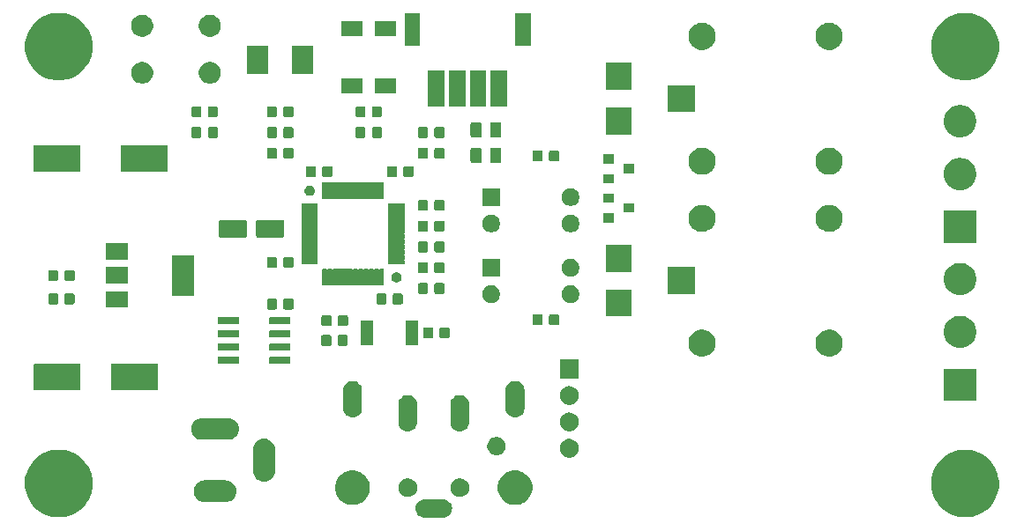
<source format=gbr>
G04 #@! TF.GenerationSoftware,KiCad,Pcbnew,(5.1.6)-1*
G04 #@! TF.CreationDate,2020-10-27T15:13:45-03:00*
G04 #@! TF.ProjectId,HMIconSTM32,484d4963-6f6e-4535-944d-33322e6b6963,v1.0*
G04 #@! TF.SameCoordinates,Original*
G04 #@! TF.FileFunction,Soldermask,Top*
G04 #@! TF.FilePolarity,Negative*
%FSLAX46Y46*%
G04 Gerber Fmt 4.6, Leading zero omitted, Abs format (unit mm)*
G04 Created by KiCad (PCBNEW (5.1.6)-1) date 2020-10-27 15:13:45*
%MOMM*%
%LPD*%
G01*
G04 APERTURE LIST*
%ADD10C,0.100000*%
G04 APERTURE END LIST*
D10*
G36*
X110960442Y-97505518D02*
G01*
X111026627Y-97512037D01*
X111196466Y-97563557D01*
X111352991Y-97647222D01*
X111388729Y-97676552D01*
X111490186Y-97759814D01*
X111573448Y-97861271D01*
X111602778Y-97897009D01*
X111686443Y-98053534D01*
X111737963Y-98223373D01*
X111755359Y-98400000D01*
X111737963Y-98576627D01*
X111686443Y-98746466D01*
X111602778Y-98902991D01*
X111573448Y-98938729D01*
X111490186Y-99040186D01*
X111388729Y-99123448D01*
X111352991Y-99152778D01*
X111196466Y-99236443D01*
X111026627Y-99287963D01*
X110960443Y-99294481D01*
X110894260Y-99301000D01*
X109105740Y-99301000D01*
X109039558Y-99294482D01*
X108973373Y-99287963D01*
X108803534Y-99236443D01*
X108647009Y-99152778D01*
X108611271Y-99123448D01*
X108509814Y-99040186D01*
X108426552Y-98938729D01*
X108397222Y-98902991D01*
X108313557Y-98746466D01*
X108262037Y-98576627D01*
X108244641Y-98400000D01*
X108262037Y-98223373D01*
X108313557Y-98053534D01*
X108397222Y-97897009D01*
X108426552Y-97861271D01*
X108509814Y-97759814D01*
X108611271Y-97676552D01*
X108647009Y-97647222D01*
X108803534Y-97563557D01*
X108973373Y-97512037D01*
X109039557Y-97505519D01*
X109105740Y-97499000D01*
X110894260Y-97499000D01*
X110960442Y-97505518D01*
G37*
G36*
X161634239Y-92811467D02*
G01*
X161948282Y-92873934D01*
X162539926Y-93119001D01*
X163072392Y-93474784D01*
X163525216Y-93927608D01*
X163880999Y-94460074D01*
X164126066Y-95051718D01*
X164146441Y-95154149D01*
X164237945Y-95614169D01*
X164251000Y-95679804D01*
X164251000Y-96320196D01*
X164126066Y-96948282D01*
X163880999Y-97539926D01*
X163660326Y-97870186D01*
X163534165Y-98059000D01*
X163525216Y-98072392D01*
X163072392Y-98525216D01*
X162539926Y-98880999D01*
X161948282Y-99126066D01*
X161634239Y-99188533D01*
X161320197Y-99251000D01*
X160679803Y-99251000D01*
X160365761Y-99188533D01*
X160051718Y-99126066D01*
X159460074Y-98880999D01*
X158927608Y-98525216D01*
X158474784Y-98072392D01*
X158465836Y-98059000D01*
X158339674Y-97870186D01*
X158119001Y-97539926D01*
X157873934Y-96948282D01*
X157749000Y-96320196D01*
X157749000Y-95679804D01*
X157762056Y-95614169D01*
X157853559Y-95154149D01*
X157873934Y-95051718D01*
X158119001Y-94460074D01*
X158474784Y-93927608D01*
X158927608Y-93474784D01*
X159460074Y-93119001D01*
X160051718Y-92873934D01*
X160365761Y-92811467D01*
X160679803Y-92749000D01*
X161320197Y-92749000D01*
X161634239Y-92811467D01*
G37*
G36*
X74634239Y-92811467D02*
G01*
X74948282Y-92873934D01*
X75539926Y-93119001D01*
X76072392Y-93474784D01*
X76525216Y-93927608D01*
X76880999Y-94460074D01*
X77126066Y-95051718D01*
X77146441Y-95154149D01*
X77237945Y-95614169D01*
X77251000Y-95679804D01*
X77251000Y-96320196D01*
X77126066Y-96948282D01*
X76880999Y-97539926D01*
X76660326Y-97870186D01*
X76534165Y-98059000D01*
X76525216Y-98072392D01*
X76072392Y-98525216D01*
X75539926Y-98880999D01*
X74948282Y-99126066D01*
X74634239Y-99188533D01*
X74320197Y-99251000D01*
X73679803Y-99251000D01*
X73365761Y-99188533D01*
X73051718Y-99126066D01*
X72460074Y-98880999D01*
X71927608Y-98525216D01*
X71474784Y-98072392D01*
X71465836Y-98059000D01*
X71339674Y-97870186D01*
X71119001Y-97539926D01*
X70873934Y-96948282D01*
X70749000Y-96320196D01*
X70749000Y-95679804D01*
X70762056Y-95614169D01*
X70853559Y-95154149D01*
X70873934Y-95051718D01*
X71119001Y-94460074D01*
X71474784Y-93927608D01*
X71927608Y-93474784D01*
X72460074Y-93119001D01*
X73051718Y-92873934D01*
X73365761Y-92811467D01*
X73679803Y-92749000D01*
X74320197Y-92749000D01*
X74634239Y-92811467D01*
G37*
G36*
X118283911Y-94804754D02*
G01*
X118434871Y-94867284D01*
X118585831Y-94929813D01*
X118585832Y-94929814D01*
X118857548Y-95111368D01*
X119088632Y-95342452D01*
X119216368Y-95533624D01*
X119270187Y-95614169D01*
X119305325Y-95699000D01*
X119395246Y-95916089D01*
X119459000Y-96236601D01*
X119459000Y-96563399D01*
X119395246Y-96883911D01*
X119357783Y-96974354D01*
X119270187Y-97185831D01*
X119270186Y-97185832D01*
X119088632Y-97457548D01*
X118857548Y-97688632D01*
X118653761Y-97824798D01*
X118585831Y-97870187D01*
X118434871Y-97932716D01*
X118283911Y-97995246D01*
X117963399Y-98059000D01*
X117636601Y-98059000D01*
X117316089Y-97995246D01*
X117165128Y-97932716D01*
X117014169Y-97870187D01*
X116946239Y-97824798D01*
X116742452Y-97688632D01*
X116511368Y-97457548D01*
X116329814Y-97185832D01*
X116329813Y-97185831D01*
X116242217Y-96974354D01*
X116204754Y-96883911D01*
X116141000Y-96563399D01*
X116141000Y-96236601D01*
X116204754Y-95916089D01*
X116294675Y-95699000D01*
X116329813Y-95614169D01*
X116383632Y-95533624D01*
X116511368Y-95342452D01*
X116742452Y-95111368D01*
X117014168Y-94929814D01*
X117014169Y-94929813D01*
X117165129Y-94867284D01*
X117316089Y-94804754D01*
X117636601Y-94741000D01*
X117963399Y-94741000D01*
X118283911Y-94804754D01*
G37*
G36*
X102683911Y-94804754D02*
G01*
X102834871Y-94867284D01*
X102985831Y-94929813D01*
X102985832Y-94929814D01*
X103257548Y-95111368D01*
X103488632Y-95342452D01*
X103616368Y-95533624D01*
X103670187Y-95614169D01*
X103705325Y-95699000D01*
X103795246Y-95916089D01*
X103859000Y-96236601D01*
X103859000Y-96563399D01*
X103795246Y-96883911D01*
X103757783Y-96974354D01*
X103670187Y-97185831D01*
X103670186Y-97185832D01*
X103488632Y-97457548D01*
X103257548Y-97688632D01*
X103053761Y-97824798D01*
X102985831Y-97870187D01*
X102834871Y-97932716D01*
X102683911Y-97995246D01*
X102363399Y-98059000D01*
X102036601Y-98059000D01*
X101716089Y-97995246D01*
X101565128Y-97932716D01*
X101414169Y-97870187D01*
X101346239Y-97824798D01*
X101142452Y-97688632D01*
X100911368Y-97457548D01*
X100729814Y-97185832D01*
X100729813Y-97185831D01*
X100642217Y-96974354D01*
X100604754Y-96883911D01*
X100541000Y-96563399D01*
X100541000Y-96236601D01*
X100604754Y-95916089D01*
X100694675Y-95699000D01*
X100729813Y-95614169D01*
X100783632Y-95533624D01*
X100911368Y-95342452D01*
X101142452Y-95111368D01*
X101414168Y-94929814D01*
X101414169Y-94929813D01*
X101565129Y-94867284D01*
X101716089Y-94804754D01*
X102036601Y-94741000D01*
X102363399Y-94741000D01*
X102683911Y-94804754D01*
G37*
G36*
X90103097Y-95704069D02*
G01*
X90206032Y-95714207D01*
X90404146Y-95774305D01*
X90404149Y-95774306D01*
X90463603Y-95806085D01*
X90586729Y-95871897D01*
X90746765Y-96003235D01*
X90878103Y-96163271D01*
X90923939Y-96249025D01*
X90975694Y-96345851D01*
X90975695Y-96345854D01*
X91035793Y-96543968D01*
X91056085Y-96750000D01*
X91035793Y-96956032D01*
X90992165Y-97099852D01*
X90975694Y-97154149D01*
X90958759Y-97185832D01*
X90878103Y-97336729D01*
X90746765Y-97496765D01*
X90586729Y-97628103D01*
X90500975Y-97673939D01*
X90404149Y-97725694D01*
X90404146Y-97725695D01*
X90206032Y-97785793D01*
X90103097Y-97795931D01*
X90051631Y-97801000D01*
X87948369Y-97801000D01*
X87896903Y-97795931D01*
X87793968Y-97785793D01*
X87595854Y-97725695D01*
X87595851Y-97725694D01*
X87499025Y-97673939D01*
X87413271Y-97628103D01*
X87253235Y-97496765D01*
X87121897Y-97336729D01*
X87041241Y-97185832D01*
X87024306Y-97154149D01*
X87007835Y-97099852D01*
X86964207Y-96956032D01*
X86943915Y-96750000D01*
X86964207Y-96543968D01*
X87024305Y-96345854D01*
X87024306Y-96345851D01*
X87076061Y-96249025D01*
X87121897Y-96163271D01*
X87253235Y-96003235D01*
X87413271Y-95871897D01*
X87536397Y-95806085D01*
X87595851Y-95774306D01*
X87595854Y-95774305D01*
X87793968Y-95714207D01*
X87896903Y-95704069D01*
X87948369Y-95699000D01*
X90051631Y-95699000D01*
X90103097Y-95704069D01*
G37*
G36*
X107613512Y-95503927D02*
G01*
X107762812Y-95533624D01*
X107926784Y-95601544D01*
X108074354Y-95700147D01*
X108199853Y-95825646D01*
X108298456Y-95973216D01*
X108366376Y-96137188D01*
X108401000Y-96311259D01*
X108401000Y-96488741D01*
X108366376Y-96662812D01*
X108298456Y-96826784D01*
X108199853Y-96974354D01*
X108074354Y-97099853D01*
X107926784Y-97198456D01*
X107762812Y-97266376D01*
X107613512Y-97296073D01*
X107588742Y-97301000D01*
X107411258Y-97301000D01*
X107386488Y-97296073D01*
X107237188Y-97266376D01*
X107073216Y-97198456D01*
X106925646Y-97099853D01*
X106800147Y-96974354D01*
X106701544Y-96826784D01*
X106633624Y-96662812D01*
X106599000Y-96488741D01*
X106599000Y-96311259D01*
X106633624Y-96137188D01*
X106701544Y-95973216D01*
X106800147Y-95825646D01*
X106925646Y-95700147D01*
X107073216Y-95601544D01*
X107237188Y-95533624D01*
X107386488Y-95503927D01*
X107411258Y-95499000D01*
X107588742Y-95499000D01*
X107613512Y-95503927D01*
G37*
G36*
X112613512Y-95503927D02*
G01*
X112762812Y-95533624D01*
X112926784Y-95601544D01*
X113074354Y-95700147D01*
X113199853Y-95825646D01*
X113298456Y-95973216D01*
X113366376Y-96137188D01*
X113401000Y-96311259D01*
X113401000Y-96488741D01*
X113366376Y-96662812D01*
X113298456Y-96826784D01*
X113199853Y-96974354D01*
X113074354Y-97099853D01*
X112926784Y-97198456D01*
X112762812Y-97266376D01*
X112613512Y-97296073D01*
X112588742Y-97301000D01*
X112411258Y-97301000D01*
X112386488Y-97296073D01*
X112237188Y-97266376D01*
X112073216Y-97198456D01*
X111925646Y-97099853D01*
X111800147Y-96974354D01*
X111701544Y-96826784D01*
X111633624Y-96662812D01*
X111599000Y-96488741D01*
X111599000Y-96311259D01*
X111633624Y-96137188D01*
X111701544Y-95973216D01*
X111800147Y-95825646D01*
X111925646Y-95700147D01*
X112073216Y-95601544D01*
X112237188Y-95533624D01*
X112386488Y-95503927D01*
X112411258Y-95499000D01*
X112588742Y-95499000D01*
X112613512Y-95503927D01*
G37*
G36*
X93906032Y-91714207D02*
G01*
X94104146Y-91774305D01*
X94104149Y-91774306D01*
X94192525Y-91821544D01*
X94286729Y-91871897D01*
X94446765Y-92003235D01*
X94578103Y-92163271D01*
X94594110Y-92193218D01*
X94675694Y-92345851D01*
X94675695Y-92345854D01*
X94735793Y-92543968D01*
X94751000Y-92698370D01*
X94751000Y-94801630D01*
X94735793Y-94956032D01*
X94706766Y-95051719D01*
X94675694Y-95154149D01*
X94623939Y-95250975D01*
X94578103Y-95336729D01*
X94446765Y-95496765D01*
X94286729Y-95628103D01*
X94190004Y-95679803D01*
X94104148Y-95725694D01*
X94104145Y-95725695D01*
X93906031Y-95785793D01*
X93700000Y-95806085D01*
X93493968Y-95785793D01*
X93295854Y-95725695D01*
X93295851Y-95725694D01*
X93199025Y-95673939D01*
X93113271Y-95628103D01*
X92953235Y-95496765D01*
X92821897Y-95336729D01*
X92724307Y-95154149D01*
X92724306Y-95154148D01*
X92724305Y-95154145D01*
X92664207Y-94956031D01*
X92649000Y-94801629D01*
X92649001Y-92698370D01*
X92664208Y-92543968D01*
X92724306Y-92345854D01*
X92724307Y-92345851D01*
X92805891Y-92193218D01*
X92821898Y-92163271D01*
X92953236Y-92003235D01*
X93113272Y-91871897D01*
X93207476Y-91821544D01*
X93295852Y-91774306D01*
X93295855Y-91774305D01*
X93493969Y-91714207D01*
X93700000Y-91693915D01*
X93906032Y-91714207D01*
G37*
G36*
X123091587Y-91719566D02*
G01*
X123262812Y-91753624D01*
X123426784Y-91821544D01*
X123574354Y-91920147D01*
X123699853Y-92045646D01*
X123798456Y-92193216D01*
X123866376Y-92357188D01*
X123901000Y-92531259D01*
X123901000Y-92708741D01*
X123866376Y-92882812D01*
X123798456Y-93046784D01*
X123699853Y-93194354D01*
X123574354Y-93319853D01*
X123426784Y-93418456D01*
X123262812Y-93486376D01*
X123113512Y-93516073D01*
X123088742Y-93521000D01*
X122911258Y-93521000D01*
X122886488Y-93516073D01*
X122737188Y-93486376D01*
X122573216Y-93418456D01*
X122425646Y-93319853D01*
X122300147Y-93194354D01*
X122201544Y-93046784D01*
X122133624Y-92882812D01*
X122099000Y-92708741D01*
X122099000Y-92531259D01*
X122133624Y-92357188D01*
X122201544Y-92193216D01*
X122300147Y-92045646D01*
X122425646Y-91920147D01*
X122573216Y-91821544D01*
X122737188Y-91753624D01*
X122908413Y-91719566D01*
X122911258Y-91719000D01*
X123088742Y-91719000D01*
X123091587Y-91719566D01*
G37*
G36*
X116170899Y-91540832D02*
G01*
X116255520Y-91557664D01*
X116414942Y-91623699D01*
X116558418Y-91719566D01*
X116680434Y-91841582D01*
X116776301Y-91985058D01*
X116842336Y-92144480D01*
X116876000Y-92313721D01*
X116876000Y-92486279D01*
X116842336Y-92655520D01*
X116776301Y-92814942D01*
X116680434Y-92958418D01*
X116558418Y-93080434D01*
X116414942Y-93176301D01*
X116255520Y-93242336D01*
X116170899Y-93259168D01*
X116086280Y-93276000D01*
X115913720Y-93276000D01*
X115829101Y-93259168D01*
X115744480Y-93242336D01*
X115585058Y-93176301D01*
X115441582Y-93080434D01*
X115319566Y-92958418D01*
X115223699Y-92814942D01*
X115157664Y-92655520D01*
X115124000Y-92486279D01*
X115124000Y-92313721D01*
X115157664Y-92144480D01*
X115223699Y-91985058D01*
X115319566Y-91841582D01*
X115441582Y-91719566D01*
X115585058Y-91623699D01*
X115744480Y-91557664D01*
X115913720Y-91524000D01*
X116086280Y-91524000D01*
X116170899Y-91540832D01*
G37*
G36*
X90353097Y-89704069D02*
G01*
X90456032Y-89714207D01*
X90654146Y-89774305D01*
X90654149Y-89774306D01*
X90734375Y-89817188D01*
X90836729Y-89871897D01*
X90996765Y-90003235D01*
X91128103Y-90163271D01*
X91131027Y-90168742D01*
X91225694Y-90345851D01*
X91225695Y-90345854D01*
X91285793Y-90543968D01*
X91306085Y-90750000D01*
X91285793Y-90956032D01*
X91225695Y-91154146D01*
X91225694Y-91154149D01*
X91173939Y-91250975D01*
X91128103Y-91336729D01*
X90996765Y-91496765D01*
X90836729Y-91628103D01*
X90750975Y-91673939D01*
X90654149Y-91725694D01*
X90654146Y-91725695D01*
X90456032Y-91785793D01*
X90353097Y-91795931D01*
X90301631Y-91801000D01*
X87698369Y-91801000D01*
X87646903Y-91795931D01*
X87543968Y-91785793D01*
X87345854Y-91725695D01*
X87345851Y-91725694D01*
X87249025Y-91673939D01*
X87163271Y-91628103D01*
X87003235Y-91496765D01*
X86871897Y-91336729D01*
X86826061Y-91250975D01*
X86774306Y-91154149D01*
X86774305Y-91154146D01*
X86714207Y-90956032D01*
X86693915Y-90750000D01*
X86714207Y-90543968D01*
X86774305Y-90345854D01*
X86774306Y-90345851D01*
X86868973Y-90168742D01*
X86871897Y-90163271D01*
X87003235Y-90003235D01*
X87163271Y-89871897D01*
X87265625Y-89817188D01*
X87345851Y-89774306D01*
X87345854Y-89774305D01*
X87543968Y-89714207D01*
X87646903Y-89704069D01*
X87698369Y-89699000D01*
X90301631Y-89699000D01*
X90353097Y-89704069D01*
G37*
G36*
X107676627Y-87512037D02*
G01*
X107846466Y-87563557D01*
X108002991Y-87647222D01*
X108038729Y-87676552D01*
X108140186Y-87759814D01*
X108223448Y-87861271D01*
X108252778Y-87897009D01*
X108336443Y-88053534D01*
X108387963Y-88223373D01*
X108387963Y-88223375D01*
X108401000Y-88355740D01*
X108401000Y-90144260D01*
X108399127Y-90163272D01*
X108387963Y-90276627D01*
X108336443Y-90446466D01*
X108252778Y-90602991D01*
X108223448Y-90638729D01*
X108140186Y-90740186D01*
X108002989Y-90852779D01*
X107846467Y-90936442D01*
X107846465Y-90936443D01*
X107676626Y-90987963D01*
X107500000Y-91005359D01*
X107323373Y-90987963D01*
X107153534Y-90936443D01*
X106997009Y-90852778D01*
X106961271Y-90823448D01*
X106859814Y-90740186D01*
X106747221Y-90602989D01*
X106663558Y-90446467D01*
X106663557Y-90446465D01*
X106612037Y-90276626D01*
X106605518Y-90210441D01*
X106599000Y-90144259D01*
X106599001Y-88355740D01*
X106612038Y-88223375D01*
X106612038Y-88223373D01*
X106663558Y-88053534D01*
X106747223Y-87897009D01*
X106776553Y-87861271D01*
X106859815Y-87759814D01*
X106961272Y-87676552D01*
X106997010Y-87647222D01*
X107153535Y-87563557D01*
X107323374Y-87512037D01*
X107500000Y-87494641D01*
X107676627Y-87512037D01*
G37*
G36*
X112676627Y-87512037D02*
G01*
X112846466Y-87563557D01*
X113002991Y-87647222D01*
X113038729Y-87676552D01*
X113140186Y-87759814D01*
X113223448Y-87861271D01*
X113252778Y-87897009D01*
X113336443Y-88053534D01*
X113387963Y-88223373D01*
X113387963Y-88223375D01*
X113401000Y-88355740D01*
X113401000Y-90144260D01*
X113399127Y-90163272D01*
X113387963Y-90276627D01*
X113336443Y-90446466D01*
X113252778Y-90602991D01*
X113223448Y-90638729D01*
X113140186Y-90740186D01*
X113002989Y-90852779D01*
X112846467Y-90936442D01*
X112846465Y-90936443D01*
X112676626Y-90987963D01*
X112500000Y-91005359D01*
X112323373Y-90987963D01*
X112153534Y-90936443D01*
X111997009Y-90852778D01*
X111961271Y-90823448D01*
X111859814Y-90740186D01*
X111747221Y-90602989D01*
X111663558Y-90446467D01*
X111663557Y-90446465D01*
X111612037Y-90276626D01*
X111605518Y-90210441D01*
X111599000Y-90144259D01*
X111599001Y-88355740D01*
X111612038Y-88223375D01*
X111612038Y-88223373D01*
X111663558Y-88053534D01*
X111747223Y-87897009D01*
X111776553Y-87861271D01*
X111859815Y-87759814D01*
X111961272Y-87676552D01*
X111997010Y-87647222D01*
X112153535Y-87563557D01*
X112323374Y-87512037D01*
X112500000Y-87494641D01*
X112676627Y-87512037D01*
G37*
G36*
X123113512Y-89183927D02*
G01*
X123262812Y-89213624D01*
X123426784Y-89281544D01*
X123574354Y-89380147D01*
X123699853Y-89505646D01*
X123798456Y-89653216D01*
X123866376Y-89817188D01*
X123901000Y-89991259D01*
X123901000Y-90168741D01*
X123866376Y-90342812D01*
X123798456Y-90506784D01*
X123699853Y-90654354D01*
X123574354Y-90779853D01*
X123426784Y-90878456D01*
X123262812Y-90946376D01*
X123113512Y-90976073D01*
X123088742Y-90981000D01*
X122911258Y-90981000D01*
X122886488Y-90976073D01*
X122737188Y-90946376D01*
X122573216Y-90878456D01*
X122425646Y-90779853D01*
X122300147Y-90654354D01*
X122201544Y-90506784D01*
X122133624Y-90342812D01*
X122099000Y-90168741D01*
X122099000Y-89991259D01*
X122133624Y-89817188D01*
X122201544Y-89653216D01*
X122300147Y-89505646D01*
X122425646Y-89380147D01*
X122573216Y-89281544D01*
X122737188Y-89213624D01*
X122886488Y-89183927D01*
X122911258Y-89179000D01*
X123088742Y-89179000D01*
X123113512Y-89183927D01*
G37*
G36*
X117976627Y-86162037D02*
G01*
X118146466Y-86213557D01*
X118302991Y-86297222D01*
X118338729Y-86326552D01*
X118440186Y-86409814D01*
X118523448Y-86511271D01*
X118552778Y-86547009D01*
X118636443Y-86703534D01*
X118687963Y-86873373D01*
X118689637Y-86890374D01*
X118697952Y-86974789D01*
X118701000Y-87005742D01*
X118701000Y-88794258D01*
X118687963Y-88926627D01*
X118636443Y-89096466D01*
X118552778Y-89252991D01*
X118529345Y-89281544D01*
X118440186Y-89390186D01*
X118302989Y-89502779D01*
X118297623Y-89505647D01*
X118146465Y-89586443D01*
X117976626Y-89637963D01*
X117800000Y-89655359D01*
X117623373Y-89637963D01*
X117453534Y-89586443D01*
X117297009Y-89502778D01*
X117261271Y-89473448D01*
X117159814Y-89390186D01*
X117047221Y-89252989D01*
X116963558Y-89096467D01*
X116963557Y-89096465D01*
X116912037Y-88926626D01*
X116899000Y-88794257D01*
X116899001Y-87005742D01*
X116902050Y-86974789D01*
X116910364Y-86890374D01*
X116912038Y-86873373D01*
X116963558Y-86703534D01*
X117047223Y-86547009D01*
X117076553Y-86511271D01*
X117159815Y-86409814D01*
X117261272Y-86326552D01*
X117297010Y-86297222D01*
X117453535Y-86213557D01*
X117623374Y-86162037D01*
X117800000Y-86144641D01*
X117976627Y-86162037D01*
G37*
G36*
X102376627Y-86162037D02*
G01*
X102546466Y-86213557D01*
X102702991Y-86297222D01*
X102738729Y-86326552D01*
X102840186Y-86409814D01*
X102923448Y-86511271D01*
X102952778Y-86547009D01*
X103036443Y-86703534D01*
X103087963Y-86873373D01*
X103089637Y-86890374D01*
X103097952Y-86974789D01*
X103101000Y-87005742D01*
X103101000Y-88794258D01*
X103087963Y-88926627D01*
X103036443Y-89096466D01*
X102952778Y-89252991D01*
X102929345Y-89281544D01*
X102840186Y-89390186D01*
X102702989Y-89502779D01*
X102697623Y-89505647D01*
X102546465Y-89586443D01*
X102376626Y-89637963D01*
X102200000Y-89655359D01*
X102023373Y-89637963D01*
X101853534Y-89586443D01*
X101697009Y-89502778D01*
X101661271Y-89473448D01*
X101559814Y-89390186D01*
X101447221Y-89252989D01*
X101363558Y-89096467D01*
X101363557Y-89096465D01*
X101312037Y-88926626D01*
X101299000Y-88794257D01*
X101299001Y-87005742D01*
X101302050Y-86974789D01*
X101310364Y-86890374D01*
X101312038Y-86873373D01*
X101363558Y-86703534D01*
X101447223Y-86547009D01*
X101476553Y-86511271D01*
X101559815Y-86409814D01*
X101661272Y-86326552D01*
X101697010Y-86297222D01*
X101853535Y-86213557D01*
X102023374Y-86162037D01*
X102200000Y-86144641D01*
X102376627Y-86162037D01*
G37*
G36*
X123113512Y-86643927D02*
G01*
X123262812Y-86673624D01*
X123426784Y-86741544D01*
X123574354Y-86840147D01*
X123699853Y-86965646D01*
X123798456Y-87113216D01*
X123866376Y-87277188D01*
X123901000Y-87451259D01*
X123901000Y-87628741D01*
X123866376Y-87802812D01*
X123798456Y-87966784D01*
X123699853Y-88114354D01*
X123574354Y-88239853D01*
X123426784Y-88338456D01*
X123262812Y-88406376D01*
X123113512Y-88436073D01*
X123088742Y-88441000D01*
X122911258Y-88441000D01*
X122886488Y-88436073D01*
X122737188Y-88406376D01*
X122573216Y-88338456D01*
X122425646Y-88239853D01*
X122300147Y-88114354D01*
X122201544Y-87966784D01*
X122133624Y-87802812D01*
X122099000Y-87628741D01*
X122099000Y-87451259D01*
X122133624Y-87277188D01*
X122201544Y-87113216D01*
X122300147Y-86965646D01*
X122425646Y-86840147D01*
X122573216Y-86741544D01*
X122737188Y-86673624D01*
X122886488Y-86643927D01*
X122911258Y-86639000D01*
X123088742Y-86639000D01*
X123113512Y-86643927D01*
G37*
G36*
X162051000Y-88051000D02*
G01*
X158949000Y-88051000D01*
X158949000Y-84949000D01*
X162051000Y-84949000D01*
X162051000Y-88051000D01*
G37*
G36*
X75971934Y-84452671D02*
G01*
X76001877Y-84461754D01*
X76029465Y-84476500D01*
X76053651Y-84496349D01*
X76073500Y-84520535D01*
X76088246Y-84548123D01*
X76097329Y-84578066D01*
X76101000Y-84615340D01*
X76101000Y-86884660D01*
X76097329Y-86921934D01*
X76088246Y-86951877D01*
X76073500Y-86979465D01*
X76053651Y-87003651D01*
X76029465Y-87023500D01*
X76001877Y-87038246D01*
X75971934Y-87047329D01*
X75934660Y-87051000D01*
X71765340Y-87051000D01*
X71728066Y-87047329D01*
X71698123Y-87038246D01*
X71670535Y-87023500D01*
X71646349Y-87003651D01*
X71626500Y-86979465D01*
X71611754Y-86951877D01*
X71602671Y-86921934D01*
X71599000Y-86884660D01*
X71599000Y-84615340D01*
X71602671Y-84578066D01*
X71611754Y-84548123D01*
X71626500Y-84520535D01*
X71646349Y-84496349D01*
X71670535Y-84476500D01*
X71698123Y-84461754D01*
X71728066Y-84452671D01*
X71765340Y-84449000D01*
X75934660Y-84449000D01*
X75971934Y-84452671D01*
G37*
G36*
X83371934Y-84452671D02*
G01*
X83401877Y-84461754D01*
X83429465Y-84476500D01*
X83453651Y-84496349D01*
X83473500Y-84520535D01*
X83488246Y-84548123D01*
X83497329Y-84578066D01*
X83501000Y-84615340D01*
X83501000Y-86884660D01*
X83497329Y-86921934D01*
X83488246Y-86951877D01*
X83473500Y-86979465D01*
X83453651Y-87003651D01*
X83429465Y-87023500D01*
X83401877Y-87038246D01*
X83371934Y-87047329D01*
X83334660Y-87051000D01*
X79165340Y-87051000D01*
X79128066Y-87047329D01*
X79098123Y-87038246D01*
X79070535Y-87023500D01*
X79046349Y-87003651D01*
X79026500Y-86979465D01*
X79011754Y-86951877D01*
X79002671Y-86921934D01*
X78999000Y-86884660D01*
X78999000Y-84615340D01*
X79002671Y-84578066D01*
X79011754Y-84548123D01*
X79026500Y-84520535D01*
X79046349Y-84496349D01*
X79070535Y-84476500D01*
X79098123Y-84461754D01*
X79128066Y-84452671D01*
X79165340Y-84449000D01*
X83334660Y-84449000D01*
X83371934Y-84452671D01*
G37*
G36*
X123901000Y-85901000D02*
G01*
X122099000Y-85901000D01*
X122099000Y-84099000D01*
X123901000Y-84099000D01*
X123901000Y-85901000D01*
G37*
G36*
X91209928Y-83806764D02*
G01*
X91231009Y-83813160D01*
X91250445Y-83823548D01*
X91267476Y-83837524D01*
X91281452Y-83854555D01*
X91291840Y-83873991D01*
X91298236Y-83895072D01*
X91301000Y-83923140D01*
X91301000Y-84386860D01*
X91298236Y-84414928D01*
X91291840Y-84436009D01*
X91281452Y-84455445D01*
X91267476Y-84472476D01*
X91250445Y-84486452D01*
X91231009Y-84496840D01*
X91209928Y-84503236D01*
X91181860Y-84506000D01*
X89368140Y-84506000D01*
X89340072Y-84503236D01*
X89318991Y-84496840D01*
X89299555Y-84486452D01*
X89282524Y-84472476D01*
X89268548Y-84455445D01*
X89258160Y-84436009D01*
X89251764Y-84414928D01*
X89249000Y-84386860D01*
X89249000Y-83923140D01*
X89251764Y-83895072D01*
X89258160Y-83873991D01*
X89268548Y-83854555D01*
X89282524Y-83837524D01*
X89299555Y-83823548D01*
X89318991Y-83813160D01*
X89340072Y-83806764D01*
X89368140Y-83804000D01*
X91181860Y-83804000D01*
X91209928Y-83806764D01*
G37*
G36*
X96159928Y-83806764D02*
G01*
X96181009Y-83813160D01*
X96200445Y-83823548D01*
X96217476Y-83837524D01*
X96231452Y-83854555D01*
X96241840Y-83873991D01*
X96248236Y-83895072D01*
X96251000Y-83923140D01*
X96251000Y-84386860D01*
X96248236Y-84414928D01*
X96241840Y-84436009D01*
X96231452Y-84455445D01*
X96217476Y-84472476D01*
X96200445Y-84486452D01*
X96181009Y-84496840D01*
X96159928Y-84503236D01*
X96131860Y-84506000D01*
X94318140Y-84506000D01*
X94290072Y-84503236D01*
X94268991Y-84496840D01*
X94249555Y-84486452D01*
X94232524Y-84472476D01*
X94218548Y-84455445D01*
X94208160Y-84436009D01*
X94201764Y-84414928D01*
X94199000Y-84386860D01*
X94199000Y-83923140D01*
X94201764Y-83895072D01*
X94208160Y-83873991D01*
X94218548Y-83854555D01*
X94232524Y-83837524D01*
X94249555Y-83823548D01*
X94268991Y-83813160D01*
X94290072Y-83806764D01*
X94318140Y-83804000D01*
X96131860Y-83804000D01*
X96159928Y-83806764D01*
G37*
G36*
X148329487Y-81248996D02*
G01*
X148566253Y-81347068D01*
X148566255Y-81347069D01*
X148779339Y-81489447D01*
X148960553Y-81670661D01*
X149097235Y-81875220D01*
X149102932Y-81883747D01*
X149201004Y-82120513D01*
X149251000Y-82371861D01*
X149251000Y-82628139D01*
X149201004Y-82879487D01*
X149111844Y-83094738D01*
X149102931Y-83116255D01*
X148960553Y-83329339D01*
X148779339Y-83510553D01*
X148566255Y-83652931D01*
X148566254Y-83652932D01*
X148566253Y-83652932D01*
X148329487Y-83751004D01*
X148078139Y-83801000D01*
X147821861Y-83801000D01*
X147570513Y-83751004D01*
X147333747Y-83652932D01*
X147333746Y-83652932D01*
X147333745Y-83652931D01*
X147120661Y-83510553D01*
X146939447Y-83329339D01*
X146797069Y-83116255D01*
X146788156Y-83094738D01*
X146698996Y-82879487D01*
X146649000Y-82628139D01*
X146649000Y-82371861D01*
X146698996Y-82120513D01*
X146797068Y-81883747D01*
X146802766Y-81875220D01*
X146939447Y-81670661D01*
X147120661Y-81489447D01*
X147333745Y-81347069D01*
X147333747Y-81347068D01*
X147570513Y-81248996D01*
X147821861Y-81199000D01*
X148078139Y-81199000D01*
X148329487Y-81248996D01*
G37*
G36*
X136129487Y-81248996D02*
G01*
X136366253Y-81347068D01*
X136366255Y-81347069D01*
X136579339Y-81489447D01*
X136760553Y-81670661D01*
X136897235Y-81875220D01*
X136902932Y-81883747D01*
X137001004Y-82120513D01*
X137051000Y-82371861D01*
X137051000Y-82628139D01*
X137001004Y-82879487D01*
X136911844Y-83094738D01*
X136902931Y-83116255D01*
X136760553Y-83329339D01*
X136579339Y-83510553D01*
X136366255Y-83652931D01*
X136366254Y-83652932D01*
X136366253Y-83652932D01*
X136129487Y-83751004D01*
X135878139Y-83801000D01*
X135621861Y-83801000D01*
X135370513Y-83751004D01*
X135133747Y-83652932D01*
X135133746Y-83652932D01*
X135133745Y-83652931D01*
X134920661Y-83510553D01*
X134739447Y-83329339D01*
X134597069Y-83116255D01*
X134588156Y-83094738D01*
X134498996Y-82879487D01*
X134449000Y-82628139D01*
X134449000Y-82371861D01*
X134498996Y-82120513D01*
X134597068Y-81883747D01*
X134602766Y-81875220D01*
X134739447Y-81670661D01*
X134920661Y-81489447D01*
X135133745Y-81347069D01*
X135133747Y-81347068D01*
X135370513Y-81248996D01*
X135621861Y-81199000D01*
X135878139Y-81199000D01*
X136129487Y-81248996D01*
G37*
G36*
X96159928Y-82536764D02*
G01*
X96181009Y-82543160D01*
X96200445Y-82553548D01*
X96217476Y-82567524D01*
X96231452Y-82584555D01*
X96241840Y-82603991D01*
X96248236Y-82625072D01*
X96251000Y-82653140D01*
X96251000Y-83116860D01*
X96248236Y-83144928D01*
X96241840Y-83166009D01*
X96231452Y-83185445D01*
X96217476Y-83202476D01*
X96200445Y-83216452D01*
X96181009Y-83226840D01*
X96159928Y-83233236D01*
X96131860Y-83236000D01*
X94318140Y-83236000D01*
X94290072Y-83233236D01*
X94268991Y-83226840D01*
X94249555Y-83216452D01*
X94232524Y-83202476D01*
X94218548Y-83185445D01*
X94208160Y-83166009D01*
X94201764Y-83144928D01*
X94199000Y-83116860D01*
X94199000Y-82653140D01*
X94201764Y-82625072D01*
X94208160Y-82603991D01*
X94218548Y-82584555D01*
X94232524Y-82567524D01*
X94249555Y-82553548D01*
X94268991Y-82543160D01*
X94290072Y-82536764D01*
X94318140Y-82534000D01*
X96131860Y-82534000D01*
X96159928Y-82536764D01*
G37*
G36*
X91209928Y-82536764D02*
G01*
X91231009Y-82543160D01*
X91250445Y-82553548D01*
X91267476Y-82567524D01*
X91281452Y-82584555D01*
X91291840Y-82603991D01*
X91298236Y-82625072D01*
X91301000Y-82653140D01*
X91301000Y-83116860D01*
X91298236Y-83144928D01*
X91291840Y-83166009D01*
X91281452Y-83185445D01*
X91267476Y-83202476D01*
X91250445Y-83216452D01*
X91231009Y-83226840D01*
X91209928Y-83233236D01*
X91181860Y-83236000D01*
X89368140Y-83236000D01*
X89340072Y-83233236D01*
X89318991Y-83226840D01*
X89299555Y-83216452D01*
X89282524Y-83202476D01*
X89268548Y-83185445D01*
X89258160Y-83166009D01*
X89251764Y-83144928D01*
X89249000Y-83116860D01*
X89249000Y-82653140D01*
X89251764Y-82625072D01*
X89258160Y-82603991D01*
X89268548Y-82584555D01*
X89282524Y-82567524D01*
X89299555Y-82553548D01*
X89318991Y-82543160D01*
X89340072Y-82536764D01*
X89368140Y-82534000D01*
X91181860Y-82534000D01*
X91209928Y-82536764D01*
G37*
G36*
X160786181Y-79895539D02*
G01*
X160952410Y-79928604D01*
X161234674Y-80045521D01*
X161488705Y-80215259D01*
X161704741Y-80431295D01*
X161874479Y-80685326D01*
X161991396Y-80967590D01*
X161995534Y-80988393D01*
X162050906Y-81266764D01*
X162051000Y-81267240D01*
X162051000Y-81572760D01*
X161991396Y-81872410D01*
X161874479Y-82154674D01*
X161704741Y-82408705D01*
X161488705Y-82624741D01*
X161234674Y-82794479D01*
X160952410Y-82911396D01*
X160802585Y-82941198D01*
X160652761Y-82971000D01*
X160347239Y-82971000D01*
X160197415Y-82941198D01*
X160047590Y-82911396D01*
X159765326Y-82794479D01*
X159511295Y-82624741D01*
X159295259Y-82408705D01*
X159125521Y-82154674D01*
X159008604Y-81872410D01*
X158949000Y-81572760D01*
X158949000Y-81267240D01*
X158949095Y-81266764D01*
X159004466Y-80988393D01*
X159008604Y-80967590D01*
X159125521Y-80685326D01*
X159295259Y-80431295D01*
X159511295Y-80215259D01*
X159765326Y-80045521D01*
X160047590Y-79928604D01*
X160213819Y-79895539D01*
X160347239Y-79869000D01*
X160652761Y-79869000D01*
X160786181Y-79895539D01*
G37*
G36*
X101592091Y-81728085D02*
G01*
X101626069Y-81738393D01*
X101657390Y-81755134D01*
X101684839Y-81777661D01*
X101707366Y-81805110D01*
X101724107Y-81836431D01*
X101734415Y-81870409D01*
X101738500Y-81911890D01*
X101738500Y-82588110D01*
X101734415Y-82629591D01*
X101724107Y-82663569D01*
X101707366Y-82694890D01*
X101684839Y-82722339D01*
X101657390Y-82744866D01*
X101626069Y-82761607D01*
X101592091Y-82771915D01*
X101550610Y-82776000D01*
X100949390Y-82776000D01*
X100907909Y-82771915D01*
X100873931Y-82761607D01*
X100842610Y-82744866D01*
X100815161Y-82722339D01*
X100792634Y-82694890D01*
X100775893Y-82663569D01*
X100765585Y-82629591D01*
X100761500Y-82588110D01*
X100761500Y-81911890D01*
X100765585Y-81870409D01*
X100775893Y-81836431D01*
X100792634Y-81805110D01*
X100815161Y-81777661D01*
X100842610Y-81755134D01*
X100873931Y-81738393D01*
X100907909Y-81728085D01*
X100949390Y-81724000D01*
X101550610Y-81724000D01*
X101592091Y-81728085D01*
G37*
G36*
X100017091Y-81728085D02*
G01*
X100051069Y-81738393D01*
X100082390Y-81755134D01*
X100109839Y-81777661D01*
X100132366Y-81805110D01*
X100149107Y-81836431D01*
X100159415Y-81870409D01*
X100163500Y-81911890D01*
X100163500Y-82588110D01*
X100159415Y-82629591D01*
X100149107Y-82663569D01*
X100132366Y-82694890D01*
X100109839Y-82722339D01*
X100082390Y-82744866D01*
X100051069Y-82761607D01*
X100017091Y-82771915D01*
X99975610Y-82776000D01*
X99374390Y-82776000D01*
X99332909Y-82771915D01*
X99298931Y-82761607D01*
X99267610Y-82744866D01*
X99240161Y-82722339D01*
X99217634Y-82694890D01*
X99200893Y-82663569D01*
X99190585Y-82629591D01*
X99186500Y-82588110D01*
X99186500Y-81911890D01*
X99190585Y-81870409D01*
X99200893Y-81836431D01*
X99217634Y-81805110D01*
X99240161Y-81777661D01*
X99267610Y-81755134D01*
X99298931Y-81738393D01*
X99332909Y-81728085D01*
X99374390Y-81724000D01*
X99975610Y-81724000D01*
X100017091Y-81728085D01*
G37*
G36*
X108501000Y-82676000D02*
G01*
X107299000Y-82676000D01*
X107299000Y-80324000D01*
X108501000Y-80324000D01*
X108501000Y-82676000D01*
G37*
G36*
X104201000Y-82676000D02*
G01*
X102999000Y-82676000D01*
X102999000Y-80324000D01*
X104201000Y-80324000D01*
X104201000Y-82676000D01*
G37*
G36*
X111379591Y-80978085D02*
G01*
X111413569Y-80988393D01*
X111444890Y-81005134D01*
X111472339Y-81027661D01*
X111494866Y-81055110D01*
X111511607Y-81086431D01*
X111521915Y-81120409D01*
X111526000Y-81161890D01*
X111526000Y-81838110D01*
X111521915Y-81879591D01*
X111511607Y-81913569D01*
X111494866Y-81944890D01*
X111472339Y-81972339D01*
X111444890Y-81994866D01*
X111413569Y-82011607D01*
X111379591Y-82021915D01*
X111338110Y-82026000D01*
X110736890Y-82026000D01*
X110695409Y-82021915D01*
X110661431Y-82011607D01*
X110630110Y-81994866D01*
X110602661Y-81972339D01*
X110580134Y-81944890D01*
X110563393Y-81913569D01*
X110553085Y-81879591D01*
X110549000Y-81838110D01*
X110549000Y-81161890D01*
X110553085Y-81120409D01*
X110563393Y-81086431D01*
X110580134Y-81055110D01*
X110602661Y-81027661D01*
X110630110Y-81005134D01*
X110661431Y-80988393D01*
X110695409Y-80978085D01*
X110736890Y-80974000D01*
X111338110Y-80974000D01*
X111379591Y-80978085D01*
G37*
G36*
X109804591Y-80978085D02*
G01*
X109838569Y-80988393D01*
X109869890Y-81005134D01*
X109897339Y-81027661D01*
X109919866Y-81055110D01*
X109936607Y-81086431D01*
X109946915Y-81120409D01*
X109951000Y-81161890D01*
X109951000Y-81838110D01*
X109946915Y-81879591D01*
X109936607Y-81913569D01*
X109919866Y-81944890D01*
X109897339Y-81972339D01*
X109869890Y-81994866D01*
X109838569Y-82011607D01*
X109804591Y-82021915D01*
X109763110Y-82026000D01*
X109161890Y-82026000D01*
X109120409Y-82021915D01*
X109086431Y-82011607D01*
X109055110Y-81994866D01*
X109027661Y-81972339D01*
X109005134Y-81944890D01*
X108988393Y-81913569D01*
X108978085Y-81879591D01*
X108974000Y-81838110D01*
X108974000Y-81161890D01*
X108978085Y-81120409D01*
X108988393Y-81086431D01*
X109005134Y-81055110D01*
X109027661Y-81027661D01*
X109055110Y-81005134D01*
X109086431Y-80988393D01*
X109120409Y-80978085D01*
X109161890Y-80974000D01*
X109763110Y-80974000D01*
X109804591Y-80978085D01*
G37*
G36*
X91209928Y-81266764D02*
G01*
X91231009Y-81273160D01*
X91250445Y-81283548D01*
X91267476Y-81297524D01*
X91281452Y-81314555D01*
X91291840Y-81333991D01*
X91298236Y-81355072D01*
X91301000Y-81383140D01*
X91301000Y-81846860D01*
X91298236Y-81874928D01*
X91291840Y-81896009D01*
X91281452Y-81915445D01*
X91267476Y-81932476D01*
X91250445Y-81946452D01*
X91231009Y-81956840D01*
X91209928Y-81963236D01*
X91181860Y-81966000D01*
X89368140Y-81966000D01*
X89340072Y-81963236D01*
X89318991Y-81956840D01*
X89299555Y-81946452D01*
X89282524Y-81932476D01*
X89268548Y-81915445D01*
X89258160Y-81896009D01*
X89251764Y-81874928D01*
X89249000Y-81846860D01*
X89249000Y-81383140D01*
X89251764Y-81355072D01*
X89258160Y-81333991D01*
X89268548Y-81314555D01*
X89282524Y-81297524D01*
X89299555Y-81283548D01*
X89318991Y-81273160D01*
X89340072Y-81266764D01*
X89368140Y-81264000D01*
X91181860Y-81264000D01*
X91209928Y-81266764D01*
G37*
G36*
X96159928Y-81266764D02*
G01*
X96181009Y-81273160D01*
X96200445Y-81283548D01*
X96217476Y-81297524D01*
X96231452Y-81314555D01*
X96241840Y-81333991D01*
X96248236Y-81355072D01*
X96251000Y-81383140D01*
X96251000Y-81846860D01*
X96248236Y-81874928D01*
X96241840Y-81896009D01*
X96231452Y-81915445D01*
X96217476Y-81932476D01*
X96200445Y-81946452D01*
X96181009Y-81956840D01*
X96159928Y-81963236D01*
X96131860Y-81966000D01*
X94318140Y-81966000D01*
X94290072Y-81963236D01*
X94268991Y-81956840D01*
X94249555Y-81946452D01*
X94232524Y-81932476D01*
X94218548Y-81915445D01*
X94208160Y-81896009D01*
X94201764Y-81874928D01*
X94199000Y-81846860D01*
X94199000Y-81383140D01*
X94201764Y-81355072D01*
X94208160Y-81333991D01*
X94218548Y-81314555D01*
X94232524Y-81297524D01*
X94249555Y-81283548D01*
X94268991Y-81273160D01*
X94290072Y-81266764D01*
X94318140Y-81264000D01*
X96131860Y-81264000D01*
X96159928Y-81266764D01*
G37*
G36*
X101617091Y-79828085D02*
G01*
X101651069Y-79838393D01*
X101682390Y-79855134D01*
X101709839Y-79877661D01*
X101732366Y-79905110D01*
X101749107Y-79936431D01*
X101759415Y-79970409D01*
X101763500Y-80011890D01*
X101763500Y-80688110D01*
X101759415Y-80729591D01*
X101749107Y-80763569D01*
X101732366Y-80794890D01*
X101709839Y-80822339D01*
X101682390Y-80844866D01*
X101651069Y-80861607D01*
X101617091Y-80871915D01*
X101575610Y-80876000D01*
X100974390Y-80876000D01*
X100932909Y-80871915D01*
X100898931Y-80861607D01*
X100867610Y-80844866D01*
X100840161Y-80822339D01*
X100817634Y-80794890D01*
X100800893Y-80763569D01*
X100790585Y-80729591D01*
X100786500Y-80688110D01*
X100786500Y-80011890D01*
X100790585Y-79970409D01*
X100800893Y-79936431D01*
X100817634Y-79905110D01*
X100840161Y-79877661D01*
X100867610Y-79855134D01*
X100898931Y-79838393D01*
X100932909Y-79828085D01*
X100974390Y-79824000D01*
X101575610Y-79824000D01*
X101617091Y-79828085D01*
G37*
G36*
X100042091Y-79828085D02*
G01*
X100076069Y-79838393D01*
X100107390Y-79855134D01*
X100134839Y-79877661D01*
X100157366Y-79905110D01*
X100174107Y-79936431D01*
X100184415Y-79970409D01*
X100188500Y-80011890D01*
X100188500Y-80688110D01*
X100184415Y-80729591D01*
X100174107Y-80763569D01*
X100157366Y-80794890D01*
X100134839Y-80822339D01*
X100107390Y-80844866D01*
X100076069Y-80861607D01*
X100042091Y-80871915D01*
X100000610Y-80876000D01*
X99399390Y-80876000D01*
X99357909Y-80871915D01*
X99323931Y-80861607D01*
X99292610Y-80844866D01*
X99265161Y-80822339D01*
X99242634Y-80794890D01*
X99225893Y-80763569D01*
X99215585Y-80729591D01*
X99211500Y-80688110D01*
X99211500Y-80011890D01*
X99215585Y-79970409D01*
X99225893Y-79936431D01*
X99242634Y-79905110D01*
X99265161Y-79877661D01*
X99292610Y-79855134D01*
X99323931Y-79838393D01*
X99357909Y-79828085D01*
X99399390Y-79824000D01*
X100000610Y-79824000D01*
X100042091Y-79828085D01*
G37*
G36*
X120304591Y-79728085D02*
G01*
X120338569Y-79738393D01*
X120369890Y-79755134D01*
X120397339Y-79777661D01*
X120419866Y-79805110D01*
X120436607Y-79836431D01*
X120446915Y-79870409D01*
X120451000Y-79911890D01*
X120451000Y-80588110D01*
X120446915Y-80629591D01*
X120436607Y-80663569D01*
X120419866Y-80694890D01*
X120397339Y-80722339D01*
X120369890Y-80744866D01*
X120338569Y-80761607D01*
X120304591Y-80771915D01*
X120263110Y-80776000D01*
X119661890Y-80776000D01*
X119620409Y-80771915D01*
X119586431Y-80761607D01*
X119555110Y-80744866D01*
X119527661Y-80722339D01*
X119505134Y-80694890D01*
X119488393Y-80663569D01*
X119478085Y-80629591D01*
X119474000Y-80588110D01*
X119474000Y-79911890D01*
X119478085Y-79870409D01*
X119488393Y-79836431D01*
X119505134Y-79805110D01*
X119527661Y-79777661D01*
X119555110Y-79755134D01*
X119586431Y-79738393D01*
X119620409Y-79728085D01*
X119661890Y-79724000D01*
X120263110Y-79724000D01*
X120304591Y-79728085D01*
G37*
G36*
X121879591Y-79728085D02*
G01*
X121913569Y-79738393D01*
X121944890Y-79755134D01*
X121972339Y-79777661D01*
X121994866Y-79805110D01*
X122011607Y-79836431D01*
X122021915Y-79870409D01*
X122026000Y-79911890D01*
X122026000Y-80588110D01*
X122021915Y-80629591D01*
X122011607Y-80663569D01*
X121994866Y-80694890D01*
X121972339Y-80722339D01*
X121944890Y-80744866D01*
X121913569Y-80761607D01*
X121879591Y-80771915D01*
X121838110Y-80776000D01*
X121236890Y-80776000D01*
X121195409Y-80771915D01*
X121161431Y-80761607D01*
X121130110Y-80744866D01*
X121102661Y-80722339D01*
X121080134Y-80694890D01*
X121063393Y-80663569D01*
X121053085Y-80629591D01*
X121049000Y-80588110D01*
X121049000Y-79911890D01*
X121053085Y-79870409D01*
X121063393Y-79836431D01*
X121080134Y-79805110D01*
X121102661Y-79777661D01*
X121130110Y-79755134D01*
X121161431Y-79738393D01*
X121195409Y-79728085D01*
X121236890Y-79724000D01*
X121838110Y-79724000D01*
X121879591Y-79728085D01*
G37*
G36*
X96159928Y-79996764D02*
G01*
X96181009Y-80003160D01*
X96200445Y-80013548D01*
X96217476Y-80027524D01*
X96231452Y-80044555D01*
X96241840Y-80063991D01*
X96248236Y-80085072D01*
X96251000Y-80113140D01*
X96251000Y-80576860D01*
X96248236Y-80604928D01*
X96241840Y-80626009D01*
X96231452Y-80645445D01*
X96217476Y-80662476D01*
X96200445Y-80676452D01*
X96181009Y-80686840D01*
X96159928Y-80693236D01*
X96131860Y-80696000D01*
X94318140Y-80696000D01*
X94290072Y-80693236D01*
X94268991Y-80686840D01*
X94249555Y-80676452D01*
X94232524Y-80662476D01*
X94218548Y-80645445D01*
X94208160Y-80626009D01*
X94201764Y-80604928D01*
X94199000Y-80576860D01*
X94199000Y-80113140D01*
X94201764Y-80085072D01*
X94208160Y-80063991D01*
X94218548Y-80044555D01*
X94232524Y-80027524D01*
X94249555Y-80013548D01*
X94268991Y-80003160D01*
X94290072Y-79996764D01*
X94318140Y-79994000D01*
X96131860Y-79994000D01*
X96159928Y-79996764D01*
G37*
G36*
X91209928Y-79996764D02*
G01*
X91231009Y-80003160D01*
X91250445Y-80013548D01*
X91267476Y-80027524D01*
X91281452Y-80044555D01*
X91291840Y-80063991D01*
X91298236Y-80085072D01*
X91301000Y-80113140D01*
X91301000Y-80576860D01*
X91298236Y-80604928D01*
X91291840Y-80626009D01*
X91281452Y-80645445D01*
X91267476Y-80662476D01*
X91250445Y-80676452D01*
X91231009Y-80686840D01*
X91209928Y-80693236D01*
X91181860Y-80696000D01*
X89368140Y-80696000D01*
X89340072Y-80693236D01*
X89318991Y-80686840D01*
X89299555Y-80676452D01*
X89282524Y-80662476D01*
X89268548Y-80645445D01*
X89258160Y-80626009D01*
X89251764Y-80604928D01*
X89249000Y-80576860D01*
X89249000Y-80113140D01*
X89251764Y-80085072D01*
X89258160Y-80063991D01*
X89268548Y-80044555D01*
X89282524Y-80027524D01*
X89299555Y-80013548D01*
X89318991Y-80003160D01*
X89340072Y-79996764D01*
X89368140Y-79994000D01*
X91181860Y-79994000D01*
X91209928Y-79996764D01*
G37*
G36*
X128951000Y-79951000D02*
G01*
X126549000Y-79951000D01*
X126549000Y-77349000D01*
X128951000Y-77349000D01*
X128951000Y-79951000D01*
G37*
G36*
X96379591Y-78228085D02*
G01*
X96413569Y-78238393D01*
X96444890Y-78255134D01*
X96472339Y-78277661D01*
X96494866Y-78305110D01*
X96511607Y-78336431D01*
X96521915Y-78370409D01*
X96526000Y-78411890D01*
X96526000Y-79088110D01*
X96521915Y-79129591D01*
X96511607Y-79163569D01*
X96494866Y-79194890D01*
X96472339Y-79222339D01*
X96444890Y-79244866D01*
X96413569Y-79261607D01*
X96379591Y-79271915D01*
X96338110Y-79276000D01*
X95736890Y-79276000D01*
X95695409Y-79271915D01*
X95661431Y-79261607D01*
X95630110Y-79244866D01*
X95602661Y-79222339D01*
X95580134Y-79194890D01*
X95563393Y-79163569D01*
X95553085Y-79129591D01*
X95549000Y-79088110D01*
X95549000Y-78411890D01*
X95553085Y-78370409D01*
X95563393Y-78336431D01*
X95580134Y-78305110D01*
X95602661Y-78277661D01*
X95630110Y-78255134D01*
X95661431Y-78238393D01*
X95695409Y-78228085D01*
X95736890Y-78224000D01*
X96338110Y-78224000D01*
X96379591Y-78228085D01*
G37*
G36*
X94804591Y-78228085D02*
G01*
X94838569Y-78238393D01*
X94869890Y-78255134D01*
X94897339Y-78277661D01*
X94919866Y-78305110D01*
X94936607Y-78336431D01*
X94946915Y-78370409D01*
X94951000Y-78411890D01*
X94951000Y-79088110D01*
X94946915Y-79129591D01*
X94936607Y-79163569D01*
X94919866Y-79194890D01*
X94897339Y-79222339D01*
X94869890Y-79244866D01*
X94838569Y-79261607D01*
X94804591Y-79271915D01*
X94763110Y-79276000D01*
X94161890Y-79276000D01*
X94120409Y-79271915D01*
X94086431Y-79261607D01*
X94055110Y-79244866D01*
X94027661Y-79222339D01*
X94005134Y-79194890D01*
X93988393Y-79163569D01*
X93978085Y-79129591D01*
X93974000Y-79088110D01*
X93974000Y-78411890D01*
X93978085Y-78370409D01*
X93988393Y-78336431D01*
X94005134Y-78305110D01*
X94027661Y-78277661D01*
X94055110Y-78255134D01*
X94086431Y-78238393D01*
X94120409Y-78228085D01*
X94161890Y-78224000D01*
X94763110Y-78224000D01*
X94804591Y-78228085D01*
G37*
G36*
X80651000Y-79101000D02*
G01*
X78549000Y-79101000D01*
X78549000Y-77499000D01*
X80651000Y-77499000D01*
X80651000Y-79101000D01*
G37*
G36*
X75379591Y-77728085D02*
G01*
X75413569Y-77738393D01*
X75444890Y-77755134D01*
X75472339Y-77777661D01*
X75494866Y-77805110D01*
X75511607Y-77836431D01*
X75521915Y-77870409D01*
X75526000Y-77911890D01*
X75526000Y-78588110D01*
X75521915Y-78629591D01*
X75511607Y-78663569D01*
X75494866Y-78694890D01*
X75472339Y-78722339D01*
X75444890Y-78744866D01*
X75413569Y-78761607D01*
X75379591Y-78771915D01*
X75338110Y-78776000D01*
X74736890Y-78776000D01*
X74695409Y-78771915D01*
X74661431Y-78761607D01*
X74630110Y-78744866D01*
X74602661Y-78722339D01*
X74580134Y-78694890D01*
X74563393Y-78663569D01*
X74553085Y-78629591D01*
X74549000Y-78588110D01*
X74549000Y-77911890D01*
X74553085Y-77870409D01*
X74563393Y-77836431D01*
X74580134Y-77805110D01*
X74602661Y-77777661D01*
X74630110Y-77755134D01*
X74661431Y-77738393D01*
X74695409Y-77728085D01*
X74736890Y-77724000D01*
X75338110Y-77724000D01*
X75379591Y-77728085D01*
G37*
G36*
X73804591Y-77728085D02*
G01*
X73838569Y-77738393D01*
X73869890Y-77755134D01*
X73897339Y-77777661D01*
X73919866Y-77805110D01*
X73936607Y-77836431D01*
X73946915Y-77870409D01*
X73951000Y-77911890D01*
X73951000Y-78588110D01*
X73946915Y-78629591D01*
X73936607Y-78663569D01*
X73919866Y-78694890D01*
X73897339Y-78722339D01*
X73869890Y-78744866D01*
X73838569Y-78761607D01*
X73804591Y-78771915D01*
X73763110Y-78776000D01*
X73161890Y-78776000D01*
X73120409Y-78771915D01*
X73086431Y-78761607D01*
X73055110Y-78744866D01*
X73027661Y-78722339D01*
X73005134Y-78694890D01*
X72988393Y-78663569D01*
X72978085Y-78629591D01*
X72974000Y-78588110D01*
X72974000Y-77911890D01*
X72978085Y-77870409D01*
X72988393Y-77836431D01*
X73005134Y-77805110D01*
X73027661Y-77777661D01*
X73055110Y-77755134D01*
X73086431Y-77738393D01*
X73120409Y-77728085D01*
X73161890Y-77724000D01*
X73763110Y-77724000D01*
X73804591Y-77728085D01*
G37*
G36*
X106879591Y-77728085D02*
G01*
X106913569Y-77738393D01*
X106944890Y-77755134D01*
X106972339Y-77777661D01*
X106994866Y-77805110D01*
X107011607Y-77836431D01*
X107021915Y-77870409D01*
X107026000Y-77911890D01*
X107026000Y-78588110D01*
X107021915Y-78629591D01*
X107011607Y-78663569D01*
X106994866Y-78694890D01*
X106972339Y-78722339D01*
X106944890Y-78744866D01*
X106913569Y-78761607D01*
X106879591Y-78771915D01*
X106838110Y-78776000D01*
X106236890Y-78776000D01*
X106195409Y-78771915D01*
X106161431Y-78761607D01*
X106130110Y-78744866D01*
X106102661Y-78722339D01*
X106080134Y-78694890D01*
X106063393Y-78663569D01*
X106053085Y-78629591D01*
X106049000Y-78588110D01*
X106049000Y-77911890D01*
X106053085Y-77870409D01*
X106063393Y-77836431D01*
X106080134Y-77805110D01*
X106102661Y-77777661D01*
X106130110Y-77755134D01*
X106161431Y-77738393D01*
X106195409Y-77728085D01*
X106236890Y-77724000D01*
X106838110Y-77724000D01*
X106879591Y-77728085D01*
G37*
G36*
X105304591Y-77728085D02*
G01*
X105338569Y-77738393D01*
X105369890Y-77755134D01*
X105397339Y-77777661D01*
X105419866Y-77805110D01*
X105436607Y-77836431D01*
X105446915Y-77870409D01*
X105451000Y-77911890D01*
X105451000Y-78588110D01*
X105446915Y-78629591D01*
X105436607Y-78663569D01*
X105419866Y-78694890D01*
X105397339Y-78722339D01*
X105369890Y-78744866D01*
X105338569Y-78761607D01*
X105304591Y-78771915D01*
X105263110Y-78776000D01*
X104661890Y-78776000D01*
X104620409Y-78771915D01*
X104586431Y-78761607D01*
X104555110Y-78744866D01*
X104527661Y-78722339D01*
X104505134Y-78694890D01*
X104488393Y-78663569D01*
X104478085Y-78629591D01*
X104474000Y-78588110D01*
X104474000Y-77911890D01*
X104478085Y-77870409D01*
X104488393Y-77836431D01*
X104505134Y-77805110D01*
X104527661Y-77777661D01*
X104555110Y-77755134D01*
X104586431Y-77738393D01*
X104620409Y-77728085D01*
X104661890Y-77724000D01*
X105263110Y-77724000D01*
X105304591Y-77728085D01*
G37*
G36*
X123368228Y-76971703D02*
G01*
X123523100Y-77035853D01*
X123662481Y-77128985D01*
X123781015Y-77247519D01*
X123874147Y-77386900D01*
X123938297Y-77541772D01*
X123971000Y-77706184D01*
X123971000Y-77873816D01*
X123938297Y-78038228D01*
X123874147Y-78193100D01*
X123781015Y-78332481D01*
X123662481Y-78451015D01*
X123523100Y-78544147D01*
X123368228Y-78608297D01*
X123203816Y-78641000D01*
X123036184Y-78641000D01*
X122871772Y-78608297D01*
X122716900Y-78544147D01*
X122577519Y-78451015D01*
X122458985Y-78332481D01*
X122365853Y-78193100D01*
X122301703Y-78038228D01*
X122269000Y-77873816D01*
X122269000Y-77706184D01*
X122301703Y-77541772D01*
X122365853Y-77386900D01*
X122458985Y-77247519D01*
X122577519Y-77128985D01*
X122716900Y-77035853D01*
X122871772Y-76971703D01*
X123036184Y-76939000D01*
X123203816Y-76939000D01*
X123368228Y-76971703D01*
G37*
G36*
X115748228Y-76971703D02*
G01*
X115903100Y-77035853D01*
X116042481Y-77128985D01*
X116161015Y-77247519D01*
X116254147Y-77386900D01*
X116318297Y-77541772D01*
X116351000Y-77706184D01*
X116351000Y-77873816D01*
X116318297Y-78038228D01*
X116254147Y-78193100D01*
X116161015Y-78332481D01*
X116042481Y-78451015D01*
X115903100Y-78544147D01*
X115748228Y-78608297D01*
X115583816Y-78641000D01*
X115416184Y-78641000D01*
X115251772Y-78608297D01*
X115096900Y-78544147D01*
X114957519Y-78451015D01*
X114838985Y-78332481D01*
X114745853Y-78193100D01*
X114681703Y-78038228D01*
X114649000Y-77873816D01*
X114649000Y-77706184D01*
X114681703Y-77541772D01*
X114745853Y-77386900D01*
X114838985Y-77247519D01*
X114957519Y-77128985D01*
X115096900Y-77035853D01*
X115251772Y-76971703D01*
X115416184Y-76939000D01*
X115583816Y-76939000D01*
X115748228Y-76971703D01*
G37*
G36*
X86951000Y-77951000D02*
G01*
X84849000Y-77951000D01*
X84849000Y-74049000D01*
X86951000Y-74049000D01*
X86951000Y-77951000D01*
G37*
G36*
X160733751Y-74805110D02*
G01*
X160952410Y-74848604D01*
X161234674Y-74965521D01*
X161488705Y-75135259D01*
X161704741Y-75351295D01*
X161874479Y-75605326D01*
X161991396Y-75887590D01*
X161998969Y-75925661D01*
X162051000Y-76187239D01*
X162051000Y-76492761D01*
X162047251Y-76511607D01*
X161991396Y-76792410D01*
X161874479Y-77074674D01*
X161704741Y-77328705D01*
X161488705Y-77544741D01*
X161234674Y-77714479D01*
X160952410Y-77831396D01*
X160802585Y-77861198D01*
X160652761Y-77891000D01*
X160347239Y-77891000D01*
X160197415Y-77861198D01*
X160047590Y-77831396D01*
X159765326Y-77714479D01*
X159511295Y-77544741D01*
X159295259Y-77328705D01*
X159125521Y-77074674D01*
X159008604Y-76792410D01*
X158952749Y-76511607D01*
X158949000Y-76492761D01*
X158949000Y-76187239D01*
X159001031Y-75925661D01*
X159008604Y-75887590D01*
X159125521Y-75605326D01*
X159295259Y-75351295D01*
X159511295Y-75135259D01*
X159765326Y-74965521D01*
X160047590Y-74848604D01*
X160266249Y-74805110D01*
X160347239Y-74789000D01*
X160652761Y-74789000D01*
X160733751Y-74805110D01*
G37*
G36*
X135051000Y-77801000D02*
G01*
X132449000Y-77801000D01*
X132449000Y-75199000D01*
X135051000Y-75199000D01*
X135051000Y-77801000D01*
G37*
G36*
X110879591Y-76728085D02*
G01*
X110913569Y-76738393D01*
X110944890Y-76755134D01*
X110972339Y-76777661D01*
X110994866Y-76805110D01*
X111011607Y-76836431D01*
X111021915Y-76870409D01*
X111026000Y-76911890D01*
X111026000Y-77588110D01*
X111021915Y-77629591D01*
X111011607Y-77663569D01*
X110994866Y-77694890D01*
X110972339Y-77722339D01*
X110944890Y-77744866D01*
X110913569Y-77761607D01*
X110879591Y-77771915D01*
X110838110Y-77776000D01*
X110236890Y-77776000D01*
X110195409Y-77771915D01*
X110161431Y-77761607D01*
X110130110Y-77744866D01*
X110102661Y-77722339D01*
X110080134Y-77694890D01*
X110063393Y-77663569D01*
X110053085Y-77629591D01*
X110049000Y-77588110D01*
X110049000Y-76911890D01*
X110053085Y-76870409D01*
X110063393Y-76836431D01*
X110080134Y-76805110D01*
X110102661Y-76777661D01*
X110130110Y-76755134D01*
X110161431Y-76738393D01*
X110195409Y-76728085D01*
X110236890Y-76724000D01*
X110838110Y-76724000D01*
X110879591Y-76728085D01*
G37*
G36*
X109304591Y-76728085D02*
G01*
X109338569Y-76738393D01*
X109369890Y-76755134D01*
X109397339Y-76777661D01*
X109419866Y-76805110D01*
X109436607Y-76836431D01*
X109446915Y-76870409D01*
X109451000Y-76911890D01*
X109451000Y-77588110D01*
X109446915Y-77629591D01*
X109436607Y-77663569D01*
X109419866Y-77694890D01*
X109397339Y-77722339D01*
X109369890Y-77744866D01*
X109338569Y-77761607D01*
X109304591Y-77771915D01*
X109263110Y-77776000D01*
X108661890Y-77776000D01*
X108620409Y-77771915D01*
X108586431Y-77761607D01*
X108555110Y-77744866D01*
X108527661Y-77722339D01*
X108505134Y-77694890D01*
X108488393Y-77663569D01*
X108478085Y-77629591D01*
X108474000Y-77588110D01*
X108474000Y-76911890D01*
X108478085Y-76870409D01*
X108488393Y-76836431D01*
X108505134Y-76805110D01*
X108527661Y-76777661D01*
X108555110Y-76755134D01*
X108586431Y-76738393D01*
X108620409Y-76728085D01*
X108661890Y-76724000D01*
X109263110Y-76724000D01*
X109304591Y-76728085D01*
G37*
G36*
X99670295Y-75375323D02*
G01*
X99677309Y-75377451D01*
X99691077Y-75384810D01*
X99713716Y-75394187D01*
X99737749Y-75398967D01*
X99762253Y-75398967D01*
X99786286Y-75394186D01*
X99808923Y-75384810D01*
X99822691Y-75377451D01*
X99829705Y-75375323D01*
X99843140Y-75374000D01*
X100156860Y-75374000D01*
X100170295Y-75375323D01*
X100177309Y-75377451D01*
X100191077Y-75384810D01*
X100213716Y-75394187D01*
X100237749Y-75398967D01*
X100262253Y-75398967D01*
X100286286Y-75394186D01*
X100308923Y-75384810D01*
X100322691Y-75377451D01*
X100329705Y-75375323D01*
X100343140Y-75374000D01*
X100656860Y-75374000D01*
X100670295Y-75375323D01*
X100677309Y-75377451D01*
X100691077Y-75384810D01*
X100713716Y-75394187D01*
X100737749Y-75398967D01*
X100762253Y-75398967D01*
X100786286Y-75394186D01*
X100808923Y-75384810D01*
X100822691Y-75377451D01*
X100829705Y-75375323D01*
X100843140Y-75374000D01*
X101156860Y-75374000D01*
X101170295Y-75375323D01*
X101177309Y-75377451D01*
X101191077Y-75384810D01*
X101213716Y-75394187D01*
X101237749Y-75398967D01*
X101262253Y-75398967D01*
X101286286Y-75394186D01*
X101308923Y-75384810D01*
X101322691Y-75377451D01*
X101329705Y-75375323D01*
X101343140Y-75374000D01*
X101656860Y-75374000D01*
X101670295Y-75375323D01*
X101677309Y-75377451D01*
X101691077Y-75384810D01*
X101713716Y-75394187D01*
X101737749Y-75398967D01*
X101762253Y-75398967D01*
X101786286Y-75394186D01*
X101808923Y-75384810D01*
X101822691Y-75377451D01*
X101829705Y-75375323D01*
X101843140Y-75374000D01*
X102156860Y-75374000D01*
X102170295Y-75375323D01*
X102177309Y-75377451D01*
X102191077Y-75384810D01*
X102213716Y-75394187D01*
X102237749Y-75398967D01*
X102262253Y-75398967D01*
X102286286Y-75394186D01*
X102308923Y-75384810D01*
X102322691Y-75377451D01*
X102329705Y-75375323D01*
X102343140Y-75374000D01*
X102656860Y-75374000D01*
X102670295Y-75375323D01*
X102677309Y-75377451D01*
X102691077Y-75384810D01*
X102713716Y-75394187D01*
X102737749Y-75398967D01*
X102762253Y-75398967D01*
X102786286Y-75394186D01*
X102808923Y-75384810D01*
X102822691Y-75377451D01*
X102829705Y-75375323D01*
X102843140Y-75374000D01*
X103156860Y-75374000D01*
X103170295Y-75375323D01*
X103177309Y-75377451D01*
X103191077Y-75384810D01*
X103213716Y-75394187D01*
X103237749Y-75398967D01*
X103262253Y-75398967D01*
X103286286Y-75394186D01*
X103308923Y-75384810D01*
X103322691Y-75377451D01*
X103329705Y-75375323D01*
X103343140Y-75374000D01*
X103656860Y-75374000D01*
X103670295Y-75375323D01*
X103677309Y-75377451D01*
X103691077Y-75384810D01*
X103713716Y-75394187D01*
X103737749Y-75398967D01*
X103762253Y-75398967D01*
X103786286Y-75394186D01*
X103808923Y-75384810D01*
X103822691Y-75377451D01*
X103829705Y-75375323D01*
X103843140Y-75374000D01*
X104156860Y-75374000D01*
X104170295Y-75375323D01*
X104177309Y-75377451D01*
X104191077Y-75384810D01*
X104213716Y-75394187D01*
X104237749Y-75398967D01*
X104262253Y-75398967D01*
X104286286Y-75394186D01*
X104308923Y-75384810D01*
X104322691Y-75377451D01*
X104329705Y-75375323D01*
X104343140Y-75374000D01*
X104656860Y-75374000D01*
X104670295Y-75375323D01*
X104677309Y-75377451D01*
X104691077Y-75384810D01*
X104713716Y-75394187D01*
X104737749Y-75398967D01*
X104762253Y-75398967D01*
X104786286Y-75394186D01*
X104808923Y-75384810D01*
X104822691Y-75377451D01*
X104829705Y-75375323D01*
X104843140Y-75374000D01*
X105156860Y-75374000D01*
X105170295Y-75375323D01*
X105177310Y-75377451D01*
X105183776Y-75380908D01*
X105189442Y-75385558D01*
X105194092Y-75391224D01*
X105197549Y-75397690D01*
X105199677Y-75404705D01*
X105201000Y-75418140D01*
X105201000Y-76906860D01*
X105199677Y-76920295D01*
X105197549Y-76927310D01*
X105194092Y-76933776D01*
X105189442Y-76939442D01*
X105183776Y-76944092D01*
X105177310Y-76947549D01*
X105170295Y-76949677D01*
X105156860Y-76951000D01*
X104843140Y-76951000D01*
X104829705Y-76949677D01*
X104822691Y-76947549D01*
X104808923Y-76940190D01*
X104786284Y-76930813D01*
X104762251Y-76926033D01*
X104737747Y-76926033D01*
X104713714Y-76930814D01*
X104691077Y-76940190D01*
X104677309Y-76947549D01*
X104670295Y-76949677D01*
X104656860Y-76951000D01*
X104343140Y-76951000D01*
X104329705Y-76949677D01*
X104322691Y-76947549D01*
X104308923Y-76940190D01*
X104286284Y-76930813D01*
X104262251Y-76926033D01*
X104237747Y-76926033D01*
X104213714Y-76930814D01*
X104191077Y-76940190D01*
X104177309Y-76947549D01*
X104170295Y-76949677D01*
X104156860Y-76951000D01*
X103843140Y-76951000D01*
X103829705Y-76949677D01*
X103822691Y-76947549D01*
X103808923Y-76940190D01*
X103786284Y-76930813D01*
X103762251Y-76926033D01*
X103737747Y-76926033D01*
X103713714Y-76930814D01*
X103691077Y-76940190D01*
X103677309Y-76947549D01*
X103670295Y-76949677D01*
X103656860Y-76951000D01*
X103343140Y-76951000D01*
X103329705Y-76949677D01*
X103322691Y-76947549D01*
X103308923Y-76940190D01*
X103286284Y-76930813D01*
X103262251Y-76926033D01*
X103237747Y-76926033D01*
X103213714Y-76930814D01*
X103191077Y-76940190D01*
X103177309Y-76947549D01*
X103170295Y-76949677D01*
X103156860Y-76951000D01*
X102843140Y-76951000D01*
X102829705Y-76949677D01*
X102822691Y-76947549D01*
X102808923Y-76940190D01*
X102786284Y-76930813D01*
X102762251Y-76926033D01*
X102737747Y-76926033D01*
X102713714Y-76930814D01*
X102691077Y-76940190D01*
X102677309Y-76947549D01*
X102670295Y-76949677D01*
X102656860Y-76951000D01*
X102343140Y-76951000D01*
X102329705Y-76949677D01*
X102322691Y-76947549D01*
X102308923Y-76940190D01*
X102286284Y-76930813D01*
X102262251Y-76926033D01*
X102237747Y-76926033D01*
X102213714Y-76930814D01*
X102191077Y-76940190D01*
X102177309Y-76947549D01*
X102170295Y-76949677D01*
X102156860Y-76951000D01*
X101843140Y-76951000D01*
X101829705Y-76949677D01*
X101822691Y-76947549D01*
X101808923Y-76940190D01*
X101786284Y-76930813D01*
X101762251Y-76926033D01*
X101737747Y-76926033D01*
X101713714Y-76930814D01*
X101691077Y-76940190D01*
X101677309Y-76947549D01*
X101670295Y-76949677D01*
X101656860Y-76951000D01*
X101343140Y-76951000D01*
X101329705Y-76949677D01*
X101322691Y-76947549D01*
X101308923Y-76940190D01*
X101286284Y-76930813D01*
X101262251Y-76926033D01*
X101237747Y-76926033D01*
X101213714Y-76930814D01*
X101191077Y-76940190D01*
X101177309Y-76947549D01*
X101170295Y-76949677D01*
X101156860Y-76951000D01*
X100843140Y-76951000D01*
X100829705Y-76949677D01*
X100822691Y-76947549D01*
X100808923Y-76940190D01*
X100786284Y-76930813D01*
X100762251Y-76926033D01*
X100737747Y-76926033D01*
X100713714Y-76930814D01*
X100691077Y-76940190D01*
X100677309Y-76947549D01*
X100670295Y-76949677D01*
X100656860Y-76951000D01*
X100343140Y-76951000D01*
X100329705Y-76949677D01*
X100322691Y-76947549D01*
X100308923Y-76940190D01*
X100286284Y-76930813D01*
X100262251Y-76926033D01*
X100237747Y-76926033D01*
X100213714Y-76930814D01*
X100191077Y-76940190D01*
X100177309Y-76947549D01*
X100170295Y-76949677D01*
X100156860Y-76951000D01*
X99843140Y-76951000D01*
X99829705Y-76949677D01*
X99822691Y-76947549D01*
X99808923Y-76940190D01*
X99786284Y-76930813D01*
X99762251Y-76926033D01*
X99737747Y-76926033D01*
X99713714Y-76930814D01*
X99691077Y-76940190D01*
X99677309Y-76947549D01*
X99670295Y-76949677D01*
X99656860Y-76951000D01*
X99343140Y-76951000D01*
X99329705Y-76949677D01*
X99322690Y-76947549D01*
X99316224Y-76944092D01*
X99310558Y-76939442D01*
X99305908Y-76933776D01*
X99302451Y-76927310D01*
X99300323Y-76920295D01*
X99299000Y-76906860D01*
X99299000Y-75418140D01*
X99300323Y-75404705D01*
X99302451Y-75397690D01*
X99305908Y-75391224D01*
X99310558Y-75385558D01*
X99316224Y-75380908D01*
X99322690Y-75377451D01*
X99329705Y-75375323D01*
X99343140Y-75374000D01*
X99656860Y-75374000D01*
X99670295Y-75375323D01*
G37*
G36*
X80651000Y-76801000D02*
G01*
X78549000Y-76801000D01*
X78549000Y-75199000D01*
X80651000Y-75199000D01*
X80651000Y-76801000D01*
G37*
G36*
X106558343Y-75681714D02*
G01*
X106649337Y-75719405D01*
X106649339Y-75719406D01*
X106672431Y-75734836D01*
X106731230Y-75774124D01*
X106800876Y-75843770D01*
X106855595Y-75925663D01*
X106893286Y-76016657D01*
X106912500Y-76113253D01*
X106912500Y-76211747D01*
X106893286Y-76308343D01*
X106863774Y-76379591D01*
X106855594Y-76399339D01*
X106800875Y-76481231D01*
X106731231Y-76550875D01*
X106649339Y-76605594D01*
X106649338Y-76605595D01*
X106649337Y-76605595D01*
X106558343Y-76643286D01*
X106461747Y-76662500D01*
X106363253Y-76662500D01*
X106266657Y-76643286D01*
X106175663Y-76605595D01*
X106175662Y-76605595D01*
X106175661Y-76605594D01*
X106093769Y-76550875D01*
X106024125Y-76481231D01*
X105969406Y-76399339D01*
X105961226Y-76379591D01*
X105931714Y-76308343D01*
X105912500Y-76211747D01*
X105912500Y-76113253D01*
X105931714Y-76016657D01*
X105969405Y-75925663D01*
X106024124Y-75843770D01*
X106093770Y-75774124D01*
X106152569Y-75734836D01*
X106175661Y-75719406D01*
X106175663Y-75719405D01*
X106266657Y-75681714D01*
X106363253Y-75662500D01*
X106461747Y-75662500D01*
X106558343Y-75681714D01*
G37*
G36*
X75379591Y-75478085D02*
G01*
X75413569Y-75488393D01*
X75444890Y-75505134D01*
X75472339Y-75527661D01*
X75494866Y-75555110D01*
X75511607Y-75586431D01*
X75521915Y-75620409D01*
X75526000Y-75661890D01*
X75526000Y-76338110D01*
X75521915Y-76379591D01*
X75511607Y-76413569D01*
X75494866Y-76444890D01*
X75472339Y-76472339D01*
X75444890Y-76494866D01*
X75413569Y-76511607D01*
X75379591Y-76521915D01*
X75338110Y-76526000D01*
X74736890Y-76526000D01*
X74695409Y-76521915D01*
X74661431Y-76511607D01*
X74630110Y-76494866D01*
X74602661Y-76472339D01*
X74580134Y-76444890D01*
X74563393Y-76413569D01*
X74553085Y-76379591D01*
X74549000Y-76338110D01*
X74549000Y-75661890D01*
X74553085Y-75620409D01*
X74563393Y-75586431D01*
X74580134Y-75555110D01*
X74602661Y-75527661D01*
X74630110Y-75505134D01*
X74661431Y-75488393D01*
X74695409Y-75478085D01*
X74736890Y-75474000D01*
X75338110Y-75474000D01*
X75379591Y-75478085D01*
G37*
G36*
X73804591Y-75478085D02*
G01*
X73838569Y-75488393D01*
X73869890Y-75505134D01*
X73897339Y-75527661D01*
X73919866Y-75555110D01*
X73936607Y-75586431D01*
X73946915Y-75620409D01*
X73951000Y-75661890D01*
X73951000Y-76338110D01*
X73946915Y-76379591D01*
X73936607Y-76413569D01*
X73919866Y-76444890D01*
X73897339Y-76472339D01*
X73869890Y-76494866D01*
X73838569Y-76511607D01*
X73804591Y-76521915D01*
X73763110Y-76526000D01*
X73161890Y-76526000D01*
X73120409Y-76521915D01*
X73086431Y-76511607D01*
X73055110Y-76494866D01*
X73027661Y-76472339D01*
X73005134Y-76444890D01*
X72988393Y-76413569D01*
X72978085Y-76379591D01*
X72974000Y-76338110D01*
X72974000Y-75661890D01*
X72978085Y-75620409D01*
X72988393Y-75586431D01*
X73005134Y-75555110D01*
X73027661Y-75527661D01*
X73055110Y-75505134D01*
X73086431Y-75488393D01*
X73120409Y-75478085D01*
X73161890Y-75474000D01*
X73763110Y-75474000D01*
X73804591Y-75478085D01*
G37*
G36*
X116351000Y-76101000D02*
G01*
X114649000Y-76101000D01*
X114649000Y-74399000D01*
X116351000Y-74399000D01*
X116351000Y-76101000D01*
G37*
G36*
X123368228Y-74431703D02*
G01*
X123523100Y-74495853D01*
X123662481Y-74588985D01*
X123781015Y-74707519D01*
X123874147Y-74846900D01*
X123938297Y-75001772D01*
X123971000Y-75166184D01*
X123971000Y-75333816D01*
X123938297Y-75498228D01*
X123874147Y-75653100D01*
X123781015Y-75792481D01*
X123662481Y-75911015D01*
X123523100Y-76004147D01*
X123368228Y-76068297D01*
X123203816Y-76101000D01*
X123036184Y-76101000D01*
X122871772Y-76068297D01*
X122716900Y-76004147D01*
X122577519Y-75911015D01*
X122458985Y-75792481D01*
X122365853Y-75653100D01*
X122301703Y-75498228D01*
X122269000Y-75333816D01*
X122269000Y-75166184D01*
X122301703Y-75001772D01*
X122365853Y-74846900D01*
X122458985Y-74707519D01*
X122577519Y-74588985D01*
X122716900Y-74495853D01*
X122871772Y-74431703D01*
X123036184Y-74399000D01*
X123203816Y-74399000D01*
X123368228Y-74431703D01*
G37*
G36*
X109304591Y-74728085D02*
G01*
X109338569Y-74738393D01*
X109369890Y-74755134D01*
X109397339Y-74777661D01*
X109419866Y-74805110D01*
X109436607Y-74836431D01*
X109446915Y-74870409D01*
X109451000Y-74911890D01*
X109451000Y-75588110D01*
X109446915Y-75629591D01*
X109436607Y-75663569D01*
X109419866Y-75694890D01*
X109397339Y-75722339D01*
X109369890Y-75744866D01*
X109338569Y-75761607D01*
X109304591Y-75771915D01*
X109263110Y-75776000D01*
X108661890Y-75776000D01*
X108620409Y-75771915D01*
X108586431Y-75761607D01*
X108555110Y-75744866D01*
X108527661Y-75722339D01*
X108505134Y-75694890D01*
X108488393Y-75663569D01*
X108478085Y-75629591D01*
X108474000Y-75588110D01*
X108474000Y-74911890D01*
X108478085Y-74870409D01*
X108488393Y-74836431D01*
X108505134Y-74805110D01*
X108527661Y-74777661D01*
X108555110Y-74755134D01*
X108586431Y-74738393D01*
X108620409Y-74728085D01*
X108661890Y-74724000D01*
X109263110Y-74724000D01*
X109304591Y-74728085D01*
G37*
G36*
X110879591Y-74728085D02*
G01*
X110913569Y-74738393D01*
X110944890Y-74755134D01*
X110972339Y-74777661D01*
X110994866Y-74805110D01*
X111011607Y-74836431D01*
X111021915Y-74870409D01*
X111026000Y-74911890D01*
X111026000Y-75588110D01*
X111021915Y-75629591D01*
X111011607Y-75663569D01*
X110994866Y-75694890D01*
X110972339Y-75722339D01*
X110944890Y-75744866D01*
X110913569Y-75761607D01*
X110879591Y-75771915D01*
X110838110Y-75776000D01*
X110236890Y-75776000D01*
X110195409Y-75771915D01*
X110161431Y-75761607D01*
X110130110Y-75744866D01*
X110102661Y-75722339D01*
X110080134Y-75694890D01*
X110063393Y-75663569D01*
X110053085Y-75629591D01*
X110049000Y-75588110D01*
X110049000Y-74911890D01*
X110053085Y-74870409D01*
X110063393Y-74836431D01*
X110080134Y-74805110D01*
X110102661Y-74777661D01*
X110130110Y-74755134D01*
X110161431Y-74738393D01*
X110195409Y-74728085D01*
X110236890Y-74724000D01*
X110838110Y-74724000D01*
X110879591Y-74728085D01*
G37*
G36*
X128951000Y-75651000D02*
G01*
X126549000Y-75651000D01*
X126549000Y-73049000D01*
X128951000Y-73049000D01*
X128951000Y-75651000D01*
G37*
G36*
X94804591Y-74228085D02*
G01*
X94838569Y-74238393D01*
X94869890Y-74255134D01*
X94897339Y-74277661D01*
X94919866Y-74305110D01*
X94936607Y-74336431D01*
X94946915Y-74370409D01*
X94951000Y-74411890D01*
X94951000Y-75088110D01*
X94946915Y-75129591D01*
X94936607Y-75163569D01*
X94919866Y-75194890D01*
X94897339Y-75222339D01*
X94869890Y-75244866D01*
X94838569Y-75261607D01*
X94804591Y-75271915D01*
X94763110Y-75276000D01*
X94161890Y-75276000D01*
X94120409Y-75271915D01*
X94086431Y-75261607D01*
X94055110Y-75244866D01*
X94027661Y-75222339D01*
X94005134Y-75194890D01*
X93988393Y-75163569D01*
X93978085Y-75129591D01*
X93974000Y-75088110D01*
X93974000Y-74411890D01*
X93978085Y-74370409D01*
X93988393Y-74336431D01*
X94005134Y-74305110D01*
X94027661Y-74277661D01*
X94055110Y-74255134D01*
X94086431Y-74238393D01*
X94120409Y-74228085D01*
X94161890Y-74224000D01*
X94763110Y-74224000D01*
X94804591Y-74228085D01*
G37*
G36*
X96379591Y-74228085D02*
G01*
X96413569Y-74238393D01*
X96444890Y-74255134D01*
X96472339Y-74277661D01*
X96494866Y-74305110D01*
X96511607Y-74336431D01*
X96521915Y-74370409D01*
X96526000Y-74411890D01*
X96526000Y-75088110D01*
X96521915Y-75129591D01*
X96511607Y-75163569D01*
X96494866Y-75194890D01*
X96472339Y-75222339D01*
X96444890Y-75244866D01*
X96413569Y-75261607D01*
X96379591Y-75271915D01*
X96338110Y-75276000D01*
X95736890Y-75276000D01*
X95695409Y-75271915D01*
X95661431Y-75261607D01*
X95630110Y-75244866D01*
X95602661Y-75222339D01*
X95580134Y-75194890D01*
X95563393Y-75163569D01*
X95553085Y-75129591D01*
X95549000Y-75088110D01*
X95549000Y-74411890D01*
X95553085Y-74370409D01*
X95563393Y-74336431D01*
X95580134Y-74305110D01*
X95602661Y-74277661D01*
X95630110Y-74255134D01*
X95661431Y-74238393D01*
X95695409Y-74228085D01*
X95736890Y-74224000D01*
X96338110Y-74224000D01*
X96379591Y-74228085D01*
G37*
G36*
X107170295Y-69050323D02*
G01*
X107177310Y-69052451D01*
X107183776Y-69055908D01*
X107189442Y-69060558D01*
X107194092Y-69066224D01*
X107197549Y-69072690D01*
X107199677Y-69079705D01*
X107201000Y-69093140D01*
X107201000Y-69406860D01*
X107199677Y-69420295D01*
X107197549Y-69427309D01*
X107190190Y-69441077D01*
X107180813Y-69463716D01*
X107176033Y-69487749D01*
X107176033Y-69512253D01*
X107180814Y-69536286D01*
X107190190Y-69558923D01*
X107197549Y-69572691D01*
X107199677Y-69579705D01*
X107201000Y-69593140D01*
X107201000Y-69906860D01*
X107199677Y-69920295D01*
X107197549Y-69927309D01*
X107190190Y-69941077D01*
X107180813Y-69963716D01*
X107176033Y-69987749D01*
X107176033Y-70012253D01*
X107180814Y-70036286D01*
X107190190Y-70058923D01*
X107197549Y-70072691D01*
X107199677Y-70079705D01*
X107201000Y-70093140D01*
X107201000Y-70406860D01*
X107199677Y-70420295D01*
X107197549Y-70427309D01*
X107190190Y-70441077D01*
X107180813Y-70463716D01*
X107176033Y-70487749D01*
X107176033Y-70512253D01*
X107180814Y-70536286D01*
X107190190Y-70558923D01*
X107197549Y-70572691D01*
X107199677Y-70579705D01*
X107201000Y-70593140D01*
X107201000Y-70906860D01*
X107199677Y-70920295D01*
X107197549Y-70927309D01*
X107190190Y-70941077D01*
X107180813Y-70963716D01*
X107176033Y-70987749D01*
X107176033Y-71012253D01*
X107180814Y-71036286D01*
X107190190Y-71058923D01*
X107197549Y-71072691D01*
X107199677Y-71079705D01*
X107201000Y-71093140D01*
X107201000Y-71406860D01*
X107199677Y-71420295D01*
X107197549Y-71427309D01*
X107190190Y-71441077D01*
X107180813Y-71463716D01*
X107176033Y-71487749D01*
X107176033Y-71512253D01*
X107180814Y-71536286D01*
X107190190Y-71558923D01*
X107197549Y-71572691D01*
X107199677Y-71579705D01*
X107201000Y-71593140D01*
X107201000Y-71906860D01*
X107199677Y-71920295D01*
X107197549Y-71927309D01*
X107190190Y-71941077D01*
X107180813Y-71963716D01*
X107176033Y-71987749D01*
X107176033Y-72012253D01*
X107180814Y-72036286D01*
X107190190Y-72058923D01*
X107197549Y-72072691D01*
X107199677Y-72079705D01*
X107201000Y-72093140D01*
X107201000Y-72406860D01*
X107199677Y-72420295D01*
X107197549Y-72427309D01*
X107190190Y-72441077D01*
X107180813Y-72463716D01*
X107176033Y-72487749D01*
X107176033Y-72512253D01*
X107180814Y-72536286D01*
X107190190Y-72558923D01*
X107197549Y-72572691D01*
X107199677Y-72579705D01*
X107201000Y-72593140D01*
X107201000Y-72906860D01*
X107199677Y-72920295D01*
X107197549Y-72927309D01*
X107190190Y-72941077D01*
X107180813Y-72963716D01*
X107176033Y-72987749D01*
X107176033Y-73012253D01*
X107180814Y-73036286D01*
X107190190Y-73058923D01*
X107197549Y-73072691D01*
X107199677Y-73079705D01*
X107201000Y-73093140D01*
X107201000Y-73406860D01*
X107199677Y-73420295D01*
X107197549Y-73427309D01*
X107190190Y-73441077D01*
X107180813Y-73463716D01*
X107176033Y-73487749D01*
X107176033Y-73512253D01*
X107180814Y-73536286D01*
X107190190Y-73558923D01*
X107197549Y-73572691D01*
X107199677Y-73579705D01*
X107201000Y-73593140D01*
X107201000Y-73906860D01*
X107199677Y-73920295D01*
X107197549Y-73927309D01*
X107190190Y-73941077D01*
X107180813Y-73963716D01*
X107176033Y-73987749D01*
X107176033Y-74012253D01*
X107180814Y-74036286D01*
X107190190Y-74058923D01*
X107197549Y-74072691D01*
X107199677Y-74079705D01*
X107201000Y-74093140D01*
X107201000Y-74406860D01*
X107199677Y-74420295D01*
X107197549Y-74427309D01*
X107190190Y-74441077D01*
X107180813Y-74463716D01*
X107176033Y-74487749D01*
X107176033Y-74512253D01*
X107180814Y-74536286D01*
X107190190Y-74558923D01*
X107197549Y-74572691D01*
X107199677Y-74579705D01*
X107201000Y-74593140D01*
X107201000Y-74906860D01*
X107199677Y-74920295D01*
X107197549Y-74927310D01*
X107194092Y-74933776D01*
X107189442Y-74939442D01*
X107183776Y-74944092D01*
X107177310Y-74947549D01*
X107170295Y-74949677D01*
X107156860Y-74951000D01*
X105668140Y-74951000D01*
X105654705Y-74949677D01*
X105647690Y-74947549D01*
X105641224Y-74944092D01*
X105635558Y-74939442D01*
X105630908Y-74933776D01*
X105627451Y-74927310D01*
X105625323Y-74920295D01*
X105624000Y-74906860D01*
X105624000Y-74593140D01*
X105625323Y-74579705D01*
X105627451Y-74572691D01*
X105634810Y-74558923D01*
X105644187Y-74536284D01*
X105648967Y-74512251D01*
X105648967Y-74487747D01*
X105644186Y-74463714D01*
X105634810Y-74441077D01*
X105627451Y-74427309D01*
X105625323Y-74420295D01*
X105624000Y-74406860D01*
X105624000Y-74093140D01*
X105625323Y-74079705D01*
X105627451Y-74072691D01*
X105634810Y-74058923D01*
X105644187Y-74036284D01*
X105648967Y-74012251D01*
X105648967Y-73987747D01*
X105644186Y-73963714D01*
X105634810Y-73941077D01*
X105627451Y-73927309D01*
X105625323Y-73920295D01*
X105624000Y-73906860D01*
X105624000Y-73593140D01*
X105625323Y-73579705D01*
X105627451Y-73572691D01*
X105634810Y-73558923D01*
X105644187Y-73536284D01*
X105648967Y-73512251D01*
X105648967Y-73487747D01*
X105644186Y-73463714D01*
X105634810Y-73441077D01*
X105627451Y-73427309D01*
X105625323Y-73420295D01*
X105624000Y-73406860D01*
X105624000Y-73093140D01*
X105625323Y-73079705D01*
X105627451Y-73072691D01*
X105634810Y-73058923D01*
X105644187Y-73036284D01*
X105648967Y-73012251D01*
X105648967Y-72987747D01*
X105644186Y-72963714D01*
X105634810Y-72941077D01*
X105627451Y-72927309D01*
X105625323Y-72920295D01*
X105624000Y-72906860D01*
X105624000Y-72593140D01*
X105625323Y-72579705D01*
X105627451Y-72572691D01*
X105634810Y-72558923D01*
X105644187Y-72536284D01*
X105648967Y-72512251D01*
X105648967Y-72487747D01*
X105644186Y-72463714D01*
X105634810Y-72441077D01*
X105627451Y-72427309D01*
X105625323Y-72420295D01*
X105624000Y-72406860D01*
X105624000Y-72093140D01*
X105625323Y-72079705D01*
X105627451Y-72072691D01*
X105634810Y-72058923D01*
X105644187Y-72036284D01*
X105648967Y-72012251D01*
X105648967Y-71987747D01*
X105644186Y-71963714D01*
X105634810Y-71941077D01*
X105627451Y-71927309D01*
X105625323Y-71920295D01*
X105624000Y-71906860D01*
X105624000Y-71593140D01*
X105625323Y-71579705D01*
X105627451Y-71572691D01*
X105634810Y-71558923D01*
X105644187Y-71536284D01*
X105648967Y-71512251D01*
X105648967Y-71487747D01*
X105644186Y-71463714D01*
X105634810Y-71441077D01*
X105627451Y-71427309D01*
X105625323Y-71420295D01*
X105624000Y-71406860D01*
X105624000Y-71093140D01*
X105625323Y-71079705D01*
X105627451Y-71072691D01*
X105634810Y-71058923D01*
X105644187Y-71036284D01*
X105648967Y-71012251D01*
X105648967Y-70987747D01*
X105644186Y-70963714D01*
X105634810Y-70941077D01*
X105627451Y-70927309D01*
X105625323Y-70920295D01*
X105624000Y-70906860D01*
X105624000Y-70593140D01*
X105625323Y-70579705D01*
X105627451Y-70572691D01*
X105634810Y-70558923D01*
X105644187Y-70536284D01*
X105648967Y-70512251D01*
X105648967Y-70487747D01*
X105644186Y-70463714D01*
X105634810Y-70441077D01*
X105627451Y-70427309D01*
X105625323Y-70420295D01*
X105624000Y-70406860D01*
X105624000Y-70093140D01*
X105625323Y-70079705D01*
X105627451Y-70072691D01*
X105634810Y-70058923D01*
X105644187Y-70036284D01*
X105648967Y-70012251D01*
X105648967Y-69987747D01*
X105644186Y-69963714D01*
X105634810Y-69941077D01*
X105627451Y-69927309D01*
X105625323Y-69920295D01*
X105624000Y-69906860D01*
X105624000Y-69593140D01*
X105625323Y-69579705D01*
X105627451Y-69572691D01*
X105634810Y-69558923D01*
X105644187Y-69536284D01*
X105648967Y-69512251D01*
X105648967Y-69487747D01*
X105644186Y-69463714D01*
X105634810Y-69441077D01*
X105627451Y-69427309D01*
X105625323Y-69420295D01*
X105624000Y-69406860D01*
X105624000Y-69093140D01*
X105625323Y-69079705D01*
X105627451Y-69072690D01*
X105630908Y-69066224D01*
X105635558Y-69060558D01*
X105641224Y-69055908D01*
X105647690Y-69052451D01*
X105654705Y-69050323D01*
X105668140Y-69049000D01*
X107156860Y-69049000D01*
X107170295Y-69050323D01*
G37*
G36*
X98845295Y-69050323D02*
G01*
X98852310Y-69052451D01*
X98858776Y-69055908D01*
X98864442Y-69060558D01*
X98869092Y-69066224D01*
X98872549Y-69072690D01*
X98874677Y-69079705D01*
X98876000Y-69093140D01*
X98876000Y-69406860D01*
X98874677Y-69420295D01*
X98872549Y-69427309D01*
X98865190Y-69441077D01*
X98855813Y-69463716D01*
X98851033Y-69487749D01*
X98851033Y-69512253D01*
X98855814Y-69536286D01*
X98865190Y-69558923D01*
X98872549Y-69572691D01*
X98874677Y-69579705D01*
X98876000Y-69593140D01*
X98876000Y-69906860D01*
X98874677Y-69920295D01*
X98872549Y-69927309D01*
X98865190Y-69941077D01*
X98855813Y-69963716D01*
X98851033Y-69987749D01*
X98851033Y-70012253D01*
X98855814Y-70036286D01*
X98865190Y-70058923D01*
X98872549Y-70072691D01*
X98874677Y-70079705D01*
X98876000Y-70093140D01*
X98876000Y-70406860D01*
X98874677Y-70420295D01*
X98872549Y-70427309D01*
X98865190Y-70441077D01*
X98855813Y-70463716D01*
X98851033Y-70487749D01*
X98851033Y-70512253D01*
X98855814Y-70536286D01*
X98865190Y-70558923D01*
X98872549Y-70572691D01*
X98874677Y-70579705D01*
X98876000Y-70593140D01*
X98876000Y-70906860D01*
X98874677Y-70920295D01*
X98872549Y-70927309D01*
X98865190Y-70941077D01*
X98855813Y-70963716D01*
X98851033Y-70987749D01*
X98851033Y-71012253D01*
X98855814Y-71036286D01*
X98865190Y-71058923D01*
X98872549Y-71072691D01*
X98874677Y-71079705D01*
X98876000Y-71093140D01*
X98876000Y-71406860D01*
X98874677Y-71420295D01*
X98872549Y-71427309D01*
X98865190Y-71441077D01*
X98855813Y-71463716D01*
X98851033Y-71487749D01*
X98851033Y-71512253D01*
X98855814Y-71536286D01*
X98865190Y-71558923D01*
X98872549Y-71572691D01*
X98874677Y-71579705D01*
X98876000Y-71593140D01*
X98876000Y-71906860D01*
X98874677Y-71920295D01*
X98872549Y-71927309D01*
X98865190Y-71941077D01*
X98855813Y-71963716D01*
X98851033Y-71987749D01*
X98851033Y-72012253D01*
X98855814Y-72036286D01*
X98865190Y-72058923D01*
X98872549Y-72072691D01*
X98874677Y-72079705D01*
X98876000Y-72093140D01*
X98876000Y-72406860D01*
X98874677Y-72420295D01*
X98872549Y-72427309D01*
X98865190Y-72441077D01*
X98855813Y-72463716D01*
X98851033Y-72487749D01*
X98851033Y-72512253D01*
X98855814Y-72536286D01*
X98865190Y-72558923D01*
X98872549Y-72572691D01*
X98874677Y-72579705D01*
X98876000Y-72593140D01*
X98876000Y-72906860D01*
X98874677Y-72920295D01*
X98872549Y-72927309D01*
X98865190Y-72941077D01*
X98855813Y-72963716D01*
X98851033Y-72987749D01*
X98851033Y-73012253D01*
X98855814Y-73036286D01*
X98865190Y-73058923D01*
X98872549Y-73072691D01*
X98874677Y-73079705D01*
X98876000Y-73093140D01*
X98876000Y-73406860D01*
X98874677Y-73420295D01*
X98872549Y-73427309D01*
X98865190Y-73441077D01*
X98855813Y-73463716D01*
X98851033Y-73487749D01*
X98851033Y-73512253D01*
X98855814Y-73536286D01*
X98865190Y-73558923D01*
X98872549Y-73572691D01*
X98874677Y-73579705D01*
X98876000Y-73593140D01*
X98876000Y-73906860D01*
X98874677Y-73920295D01*
X98872549Y-73927309D01*
X98865190Y-73941077D01*
X98855813Y-73963716D01*
X98851033Y-73987749D01*
X98851033Y-74012253D01*
X98855814Y-74036286D01*
X98865190Y-74058923D01*
X98872549Y-74072691D01*
X98874677Y-74079705D01*
X98876000Y-74093140D01*
X98876000Y-74406860D01*
X98874677Y-74420295D01*
X98872549Y-74427309D01*
X98865190Y-74441077D01*
X98855813Y-74463716D01*
X98851033Y-74487749D01*
X98851033Y-74512253D01*
X98855814Y-74536286D01*
X98865190Y-74558923D01*
X98872549Y-74572691D01*
X98874677Y-74579705D01*
X98876000Y-74593140D01*
X98876000Y-74906860D01*
X98874677Y-74920295D01*
X98872549Y-74927310D01*
X98869092Y-74933776D01*
X98864442Y-74939442D01*
X98858776Y-74944092D01*
X98852310Y-74947549D01*
X98845295Y-74949677D01*
X98831860Y-74951000D01*
X97343140Y-74951000D01*
X97329705Y-74949677D01*
X97322690Y-74947549D01*
X97316224Y-74944092D01*
X97310558Y-74939442D01*
X97305908Y-74933776D01*
X97302451Y-74927310D01*
X97300323Y-74920295D01*
X97299000Y-74906860D01*
X97299000Y-74593140D01*
X97300323Y-74579705D01*
X97302451Y-74572691D01*
X97309810Y-74558923D01*
X97319187Y-74536284D01*
X97323967Y-74512251D01*
X97323967Y-74487747D01*
X97319186Y-74463714D01*
X97309810Y-74441077D01*
X97302451Y-74427309D01*
X97300323Y-74420295D01*
X97299000Y-74406860D01*
X97299000Y-74093140D01*
X97300323Y-74079705D01*
X97302451Y-74072691D01*
X97309810Y-74058923D01*
X97319187Y-74036284D01*
X97323967Y-74012251D01*
X97323967Y-73987747D01*
X97319186Y-73963714D01*
X97309810Y-73941077D01*
X97302451Y-73927309D01*
X97300323Y-73920295D01*
X97299000Y-73906860D01*
X97299000Y-73593140D01*
X97300323Y-73579705D01*
X97302451Y-73572691D01*
X97309810Y-73558923D01*
X97319187Y-73536284D01*
X97323967Y-73512251D01*
X97323967Y-73487747D01*
X97319186Y-73463714D01*
X97309810Y-73441077D01*
X97302451Y-73427309D01*
X97300323Y-73420295D01*
X97299000Y-73406860D01*
X97299000Y-73093140D01*
X97300323Y-73079705D01*
X97302451Y-73072691D01*
X97309810Y-73058923D01*
X97319187Y-73036284D01*
X97323967Y-73012251D01*
X97323967Y-72987747D01*
X97319186Y-72963714D01*
X97309810Y-72941077D01*
X97302451Y-72927309D01*
X97300323Y-72920295D01*
X97299000Y-72906860D01*
X97299000Y-72593140D01*
X97300323Y-72579705D01*
X97302451Y-72572691D01*
X97309810Y-72558923D01*
X97319187Y-72536284D01*
X97323967Y-72512251D01*
X97323967Y-72487747D01*
X97319186Y-72463714D01*
X97309810Y-72441077D01*
X97302451Y-72427309D01*
X97300323Y-72420295D01*
X97299000Y-72406860D01*
X97299000Y-72093140D01*
X97300323Y-72079705D01*
X97302451Y-72072691D01*
X97309810Y-72058923D01*
X97319187Y-72036284D01*
X97323967Y-72012251D01*
X97323967Y-71987747D01*
X97319186Y-71963714D01*
X97309810Y-71941077D01*
X97302451Y-71927309D01*
X97300323Y-71920295D01*
X97299000Y-71906860D01*
X97299000Y-71593140D01*
X97300323Y-71579705D01*
X97302451Y-71572691D01*
X97309810Y-71558923D01*
X97319187Y-71536284D01*
X97323967Y-71512251D01*
X97323967Y-71487747D01*
X97319186Y-71463714D01*
X97309810Y-71441077D01*
X97302451Y-71427309D01*
X97300323Y-71420295D01*
X97299000Y-71406860D01*
X97299000Y-71093140D01*
X97300323Y-71079705D01*
X97302451Y-71072691D01*
X97309810Y-71058923D01*
X97319187Y-71036284D01*
X97323967Y-71012251D01*
X97323967Y-70987747D01*
X97319186Y-70963714D01*
X97309810Y-70941077D01*
X97302451Y-70927309D01*
X97300323Y-70920295D01*
X97299000Y-70906860D01*
X97299000Y-70593140D01*
X97300323Y-70579705D01*
X97302451Y-70572691D01*
X97309810Y-70558923D01*
X97319187Y-70536284D01*
X97323967Y-70512251D01*
X97323967Y-70487747D01*
X97319186Y-70463714D01*
X97309810Y-70441077D01*
X97302451Y-70427309D01*
X97300323Y-70420295D01*
X97299000Y-70406860D01*
X97299000Y-70093140D01*
X97300323Y-70079705D01*
X97302451Y-70072691D01*
X97309810Y-70058923D01*
X97319187Y-70036284D01*
X97323967Y-70012251D01*
X97323967Y-69987747D01*
X97319186Y-69963714D01*
X97309810Y-69941077D01*
X97302451Y-69927309D01*
X97300323Y-69920295D01*
X97299000Y-69906860D01*
X97299000Y-69593140D01*
X97300323Y-69579705D01*
X97302451Y-69572691D01*
X97309810Y-69558923D01*
X97319187Y-69536284D01*
X97323967Y-69512251D01*
X97323967Y-69487747D01*
X97319186Y-69463714D01*
X97309810Y-69441077D01*
X97302451Y-69427309D01*
X97300323Y-69420295D01*
X97299000Y-69406860D01*
X97299000Y-69093140D01*
X97300323Y-69079705D01*
X97302451Y-69072690D01*
X97305908Y-69066224D01*
X97310558Y-69060558D01*
X97316224Y-69055908D01*
X97322690Y-69052451D01*
X97329705Y-69050323D01*
X97343140Y-69049000D01*
X98831860Y-69049000D01*
X98845295Y-69050323D01*
G37*
G36*
X80651000Y-74501000D02*
G01*
X78549000Y-74501000D01*
X78549000Y-72899000D01*
X80651000Y-72899000D01*
X80651000Y-74501000D01*
G37*
G36*
X110879591Y-72728085D02*
G01*
X110913569Y-72738393D01*
X110944890Y-72755134D01*
X110972339Y-72777661D01*
X110994866Y-72805110D01*
X111011607Y-72836431D01*
X111021915Y-72870409D01*
X111026000Y-72911890D01*
X111026000Y-73588110D01*
X111021915Y-73629591D01*
X111011607Y-73663569D01*
X110994866Y-73694890D01*
X110972339Y-73722339D01*
X110944890Y-73744866D01*
X110913569Y-73761607D01*
X110879591Y-73771915D01*
X110838110Y-73776000D01*
X110236890Y-73776000D01*
X110195409Y-73771915D01*
X110161431Y-73761607D01*
X110130110Y-73744866D01*
X110102661Y-73722339D01*
X110080134Y-73694890D01*
X110063393Y-73663569D01*
X110053085Y-73629591D01*
X110049000Y-73588110D01*
X110049000Y-72911890D01*
X110053085Y-72870409D01*
X110063393Y-72836431D01*
X110080134Y-72805110D01*
X110102661Y-72777661D01*
X110130110Y-72755134D01*
X110161431Y-72738393D01*
X110195409Y-72728085D01*
X110236890Y-72724000D01*
X110838110Y-72724000D01*
X110879591Y-72728085D01*
G37*
G36*
X109304591Y-72728085D02*
G01*
X109338569Y-72738393D01*
X109369890Y-72755134D01*
X109397339Y-72777661D01*
X109419866Y-72805110D01*
X109436607Y-72836431D01*
X109446915Y-72870409D01*
X109451000Y-72911890D01*
X109451000Y-73588110D01*
X109446915Y-73629591D01*
X109436607Y-73663569D01*
X109419866Y-73694890D01*
X109397339Y-73722339D01*
X109369890Y-73744866D01*
X109338569Y-73761607D01*
X109304591Y-73771915D01*
X109263110Y-73776000D01*
X108661890Y-73776000D01*
X108620409Y-73771915D01*
X108586431Y-73761607D01*
X108555110Y-73744866D01*
X108527661Y-73722339D01*
X108505134Y-73694890D01*
X108488393Y-73663569D01*
X108478085Y-73629591D01*
X108474000Y-73588110D01*
X108474000Y-72911890D01*
X108478085Y-72870409D01*
X108488393Y-72836431D01*
X108505134Y-72805110D01*
X108527661Y-72777661D01*
X108555110Y-72755134D01*
X108586431Y-72738393D01*
X108620409Y-72728085D01*
X108661890Y-72724000D01*
X109263110Y-72724000D01*
X109304591Y-72728085D01*
G37*
G36*
X162051000Y-72881000D02*
G01*
X158949000Y-72881000D01*
X158949000Y-69779000D01*
X162051000Y-69779000D01*
X162051000Y-72881000D01*
G37*
G36*
X91905997Y-70653051D02*
G01*
X91939652Y-70663261D01*
X91970665Y-70679838D01*
X91997851Y-70702149D01*
X92020162Y-70729335D01*
X92036739Y-70760348D01*
X92046949Y-70794003D01*
X92051000Y-70835138D01*
X92051000Y-72164862D01*
X92046949Y-72205997D01*
X92036739Y-72239652D01*
X92020162Y-72270665D01*
X91997851Y-72297851D01*
X91970665Y-72320162D01*
X91939652Y-72336739D01*
X91905997Y-72346949D01*
X91864862Y-72351000D01*
X89535138Y-72351000D01*
X89494003Y-72346949D01*
X89460348Y-72336739D01*
X89429335Y-72320162D01*
X89402149Y-72297851D01*
X89379838Y-72270665D01*
X89363261Y-72239652D01*
X89353051Y-72205997D01*
X89349000Y-72164862D01*
X89349000Y-70835138D01*
X89353051Y-70794003D01*
X89363261Y-70760348D01*
X89379838Y-70729335D01*
X89402149Y-70702149D01*
X89429335Y-70679838D01*
X89460348Y-70663261D01*
X89494003Y-70653051D01*
X89535138Y-70649000D01*
X91864862Y-70649000D01*
X91905997Y-70653051D01*
G37*
G36*
X95505997Y-70653051D02*
G01*
X95539652Y-70663261D01*
X95570665Y-70679838D01*
X95597851Y-70702149D01*
X95620162Y-70729335D01*
X95636739Y-70760348D01*
X95646949Y-70794003D01*
X95651000Y-70835138D01*
X95651000Y-72164862D01*
X95646949Y-72205997D01*
X95636739Y-72239652D01*
X95620162Y-72270665D01*
X95597851Y-72297851D01*
X95570665Y-72320162D01*
X95539652Y-72336739D01*
X95505997Y-72346949D01*
X95464862Y-72351000D01*
X93135138Y-72351000D01*
X93094003Y-72346949D01*
X93060348Y-72336739D01*
X93029335Y-72320162D01*
X93002149Y-72297851D01*
X92979838Y-72270665D01*
X92963261Y-72239652D01*
X92953051Y-72205997D01*
X92949000Y-72164862D01*
X92949000Y-70835138D01*
X92953051Y-70794003D01*
X92963261Y-70760348D01*
X92979838Y-70729335D01*
X93002149Y-70702149D01*
X93029335Y-70679838D01*
X93060348Y-70663261D01*
X93094003Y-70653051D01*
X93135138Y-70649000D01*
X95464862Y-70649000D01*
X95505997Y-70653051D01*
G37*
G36*
X115748228Y-70181703D02*
G01*
X115903100Y-70245853D01*
X116042481Y-70338985D01*
X116161015Y-70457519D01*
X116254147Y-70596900D01*
X116318297Y-70751772D01*
X116351000Y-70916184D01*
X116351000Y-71083816D01*
X116318297Y-71248228D01*
X116254147Y-71403100D01*
X116161015Y-71542481D01*
X116042481Y-71661015D01*
X115903100Y-71754147D01*
X115748228Y-71818297D01*
X115583816Y-71851000D01*
X115416184Y-71851000D01*
X115251772Y-71818297D01*
X115096900Y-71754147D01*
X114957519Y-71661015D01*
X114838985Y-71542481D01*
X114745853Y-71403100D01*
X114681703Y-71248228D01*
X114649000Y-71083816D01*
X114649000Y-70916184D01*
X114681703Y-70751772D01*
X114745853Y-70596900D01*
X114838985Y-70457519D01*
X114957519Y-70338985D01*
X115096900Y-70245853D01*
X115251772Y-70181703D01*
X115416184Y-70149000D01*
X115583816Y-70149000D01*
X115748228Y-70181703D01*
G37*
G36*
X123368228Y-70181703D02*
G01*
X123523100Y-70245853D01*
X123662481Y-70338985D01*
X123781015Y-70457519D01*
X123874147Y-70596900D01*
X123938297Y-70751772D01*
X123971000Y-70916184D01*
X123971000Y-71083816D01*
X123938297Y-71248228D01*
X123874147Y-71403100D01*
X123781015Y-71542481D01*
X123662481Y-71661015D01*
X123523100Y-71754147D01*
X123368228Y-71818297D01*
X123203816Y-71851000D01*
X123036184Y-71851000D01*
X122871772Y-71818297D01*
X122716900Y-71754147D01*
X122577519Y-71661015D01*
X122458985Y-71542481D01*
X122365853Y-71403100D01*
X122301703Y-71248228D01*
X122269000Y-71083816D01*
X122269000Y-70916184D01*
X122301703Y-70751772D01*
X122365853Y-70596900D01*
X122458985Y-70457519D01*
X122577519Y-70338985D01*
X122716900Y-70245853D01*
X122871772Y-70181703D01*
X123036184Y-70149000D01*
X123203816Y-70149000D01*
X123368228Y-70181703D01*
G37*
G36*
X148329487Y-69248996D02*
G01*
X148479177Y-69311000D01*
X148566255Y-69347069D01*
X148677745Y-69421564D01*
X148779339Y-69489447D01*
X148960553Y-69670661D01*
X149102932Y-69883747D01*
X149201004Y-70120513D01*
X149251000Y-70371861D01*
X149251000Y-70628139D01*
X149201004Y-70879487D01*
X149116368Y-71083815D01*
X149102931Y-71116255D01*
X148960553Y-71329339D01*
X148779339Y-71510553D01*
X148566255Y-71652931D01*
X148566254Y-71652932D01*
X148566253Y-71652932D01*
X148329487Y-71751004D01*
X148078139Y-71801000D01*
X147821861Y-71801000D01*
X147570513Y-71751004D01*
X147333747Y-71652932D01*
X147333746Y-71652932D01*
X147333745Y-71652931D01*
X147120661Y-71510553D01*
X146939447Y-71329339D01*
X146797069Y-71116255D01*
X146783632Y-71083815D01*
X146698996Y-70879487D01*
X146649000Y-70628139D01*
X146649000Y-70371861D01*
X146698996Y-70120513D01*
X146797068Y-69883747D01*
X146939447Y-69670661D01*
X147120661Y-69489447D01*
X147222255Y-69421564D01*
X147333745Y-69347069D01*
X147420823Y-69311000D01*
X147570513Y-69248996D01*
X147821861Y-69199000D01*
X148078139Y-69199000D01*
X148329487Y-69248996D01*
G37*
G36*
X136129487Y-69248996D02*
G01*
X136279177Y-69311000D01*
X136366255Y-69347069D01*
X136477745Y-69421564D01*
X136579339Y-69489447D01*
X136760553Y-69670661D01*
X136902932Y-69883747D01*
X137001004Y-70120513D01*
X137051000Y-70371861D01*
X137051000Y-70628139D01*
X137001004Y-70879487D01*
X136916368Y-71083815D01*
X136902931Y-71116255D01*
X136760553Y-71329339D01*
X136579339Y-71510553D01*
X136366255Y-71652931D01*
X136366254Y-71652932D01*
X136366253Y-71652932D01*
X136129487Y-71751004D01*
X135878139Y-71801000D01*
X135621861Y-71801000D01*
X135370513Y-71751004D01*
X135133747Y-71652932D01*
X135133746Y-71652932D01*
X135133745Y-71652931D01*
X134920661Y-71510553D01*
X134739447Y-71329339D01*
X134597069Y-71116255D01*
X134583632Y-71083815D01*
X134498996Y-70879487D01*
X134449000Y-70628139D01*
X134449000Y-70371861D01*
X134498996Y-70120513D01*
X134597068Y-69883747D01*
X134739447Y-69670661D01*
X134920661Y-69489447D01*
X135022255Y-69421564D01*
X135133745Y-69347069D01*
X135220823Y-69311000D01*
X135370513Y-69248996D01*
X135621861Y-69199000D01*
X135878139Y-69199000D01*
X136129487Y-69248996D01*
G37*
G36*
X109304591Y-70728085D02*
G01*
X109338569Y-70738393D01*
X109369890Y-70755134D01*
X109397339Y-70777661D01*
X109419866Y-70805110D01*
X109436607Y-70836431D01*
X109446915Y-70870409D01*
X109451000Y-70911890D01*
X109451000Y-71588110D01*
X109446915Y-71629591D01*
X109436607Y-71663569D01*
X109419866Y-71694890D01*
X109397339Y-71722339D01*
X109369890Y-71744866D01*
X109338569Y-71761607D01*
X109304591Y-71771915D01*
X109263110Y-71776000D01*
X108661890Y-71776000D01*
X108620409Y-71771915D01*
X108586431Y-71761607D01*
X108555110Y-71744866D01*
X108527661Y-71722339D01*
X108505134Y-71694890D01*
X108488393Y-71663569D01*
X108478085Y-71629591D01*
X108474000Y-71588110D01*
X108474000Y-70911890D01*
X108478085Y-70870409D01*
X108488393Y-70836431D01*
X108505134Y-70805110D01*
X108527661Y-70777661D01*
X108555110Y-70755134D01*
X108586431Y-70738393D01*
X108620409Y-70728085D01*
X108661890Y-70724000D01*
X109263110Y-70724000D01*
X109304591Y-70728085D01*
G37*
G36*
X110879591Y-70728085D02*
G01*
X110913569Y-70738393D01*
X110944890Y-70755134D01*
X110972339Y-70777661D01*
X110994866Y-70805110D01*
X111011607Y-70836431D01*
X111021915Y-70870409D01*
X111026000Y-70911890D01*
X111026000Y-71588110D01*
X111021915Y-71629591D01*
X111011607Y-71663569D01*
X110994866Y-71694890D01*
X110972339Y-71722339D01*
X110944890Y-71744866D01*
X110913569Y-71761607D01*
X110879591Y-71771915D01*
X110838110Y-71776000D01*
X110236890Y-71776000D01*
X110195409Y-71771915D01*
X110161431Y-71761607D01*
X110130110Y-71744866D01*
X110102661Y-71722339D01*
X110080134Y-71694890D01*
X110063393Y-71663569D01*
X110053085Y-71629591D01*
X110049000Y-71588110D01*
X110049000Y-70911890D01*
X110053085Y-70870409D01*
X110063393Y-70836431D01*
X110080134Y-70805110D01*
X110102661Y-70777661D01*
X110130110Y-70755134D01*
X110161431Y-70738393D01*
X110195409Y-70728085D01*
X110236890Y-70724000D01*
X110838110Y-70724000D01*
X110879591Y-70728085D01*
G37*
G36*
X127251000Y-70901000D02*
G01*
X126249000Y-70901000D01*
X126249000Y-69999000D01*
X127251000Y-69999000D01*
X127251000Y-70901000D01*
G37*
G36*
X129251000Y-69951000D02*
G01*
X128249000Y-69951000D01*
X128249000Y-69049000D01*
X129251000Y-69049000D01*
X129251000Y-69951000D01*
G37*
G36*
X110879591Y-68728085D02*
G01*
X110913569Y-68738393D01*
X110944890Y-68755134D01*
X110972339Y-68777661D01*
X110994866Y-68805110D01*
X111011607Y-68836431D01*
X111021915Y-68870409D01*
X111026000Y-68911890D01*
X111026000Y-69588110D01*
X111021915Y-69629591D01*
X111011607Y-69663569D01*
X110994866Y-69694890D01*
X110972339Y-69722339D01*
X110944890Y-69744866D01*
X110913569Y-69761607D01*
X110879591Y-69771915D01*
X110838110Y-69776000D01*
X110236890Y-69776000D01*
X110195409Y-69771915D01*
X110161431Y-69761607D01*
X110130110Y-69744866D01*
X110102661Y-69722339D01*
X110080134Y-69694890D01*
X110063393Y-69663569D01*
X110053085Y-69629591D01*
X110049000Y-69588110D01*
X110049000Y-68911890D01*
X110053085Y-68870409D01*
X110063393Y-68836431D01*
X110080134Y-68805110D01*
X110102661Y-68777661D01*
X110130110Y-68755134D01*
X110161431Y-68738393D01*
X110195409Y-68728085D01*
X110236890Y-68724000D01*
X110838110Y-68724000D01*
X110879591Y-68728085D01*
G37*
G36*
X109304591Y-68728085D02*
G01*
X109338569Y-68738393D01*
X109369890Y-68755134D01*
X109397339Y-68777661D01*
X109419866Y-68805110D01*
X109436607Y-68836431D01*
X109446915Y-68870409D01*
X109451000Y-68911890D01*
X109451000Y-69588110D01*
X109446915Y-69629591D01*
X109436607Y-69663569D01*
X109419866Y-69694890D01*
X109397339Y-69722339D01*
X109369890Y-69744866D01*
X109338569Y-69761607D01*
X109304591Y-69771915D01*
X109263110Y-69776000D01*
X108661890Y-69776000D01*
X108620409Y-69771915D01*
X108586431Y-69761607D01*
X108555110Y-69744866D01*
X108527661Y-69722339D01*
X108505134Y-69694890D01*
X108488393Y-69663569D01*
X108478085Y-69629591D01*
X108474000Y-69588110D01*
X108474000Y-68911890D01*
X108478085Y-68870409D01*
X108488393Y-68836431D01*
X108505134Y-68805110D01*
X108527661Y-68777661D01*
X108555110Y-68755134D01*
X108586431Y-68738393D01*
X108620409Y-68728085D01*
X108661890Y-68724000D01*
X109263110Y-68724000D01*
X109304591Y-68728085D01*
G37*
G36*
X123368228Y-67641703D02*
G01*
X123523100Y-67705853D01*
X123662481Y-67798985D01*
X123781015Y-67917519D01*
X123874147Y-68056900D01*
X123938297Y-68211772D01*
X123971000Y-68376184D01*
X123971000Y-68543816D01*
X123938297Y-68708228D01*
X123874147Y-68863100D01*
X123781015Y-69002481D01*
X123662481Y-69121015D01*
X123523100Y-69214147D01*
X123368228Y-69278297D01*
X123203816Y-69311000D01*
X123036184Y-69311000D01*
X122871772Y-69278297D01*
X122716900Y-69214147D01*
X122577519Y-69121015D01*
X122458985Y-69002481D01*
X122365853Y-68863100D01*
X122301703Y-68708228D01*
X122269000Y-68543816D01*
X122269000Y-68376184D01*
X122301703Y-68211772D01*
X122365853Y-68056900D01*
X122458985Y-67917519D01*
X122577519Y-67798985D01*
X122716900Y-67705853D01*
X122871772Y-67641703D01*
X123036184Y-67609000D01*
X123203816Y-67609000D01*
X123368228Y-67641703D01*
G37*
G36*
X116351000Y-69311000D02*
G01*
X114649000Y-69311000D01*
X114649000Y-67609000D01*
X116351000Y-67609000D01*
X116351000Y-69311000D01*
G37*
G36*
X127251000Y-69001000D02*
G01*
X126249000Y-69001000D01*
X126249000Y-68099000D01*
X127251000Y-68099000D01*
X127251000Y-69001000D01*
G37*
G36*
X99670295Y-67050323D02*
G01*
X99677309Y-67052451D01*
X99691077Y-67059810D01*
X99713716Y-67069187D01*
X99737749Y-67073967D01*
X99762253Y-67073967D01*
X99786286Y-67069186D01*
X99808923Y-67059810D01*
X99822691Y-67052451D01*
X99829705Y-67050323D01*
X99843140Y-67049000D01*
X100156860Y-67049000D01*
X100170295Y-67050323D01*
X100177309Y-67052451D01*
X100191077Y-67059810D01*
X100213716Y-67069187D01*
X100237749Y-67073967D01*
X100262253Y-67073967D01*
X100286286Y-67069186D01*
X100308923Y-67059810D01*
X100322691Y-67052451D01*
X100329705Y-67050323D01*
X100343140Y-67049000D01*
X100656860Y-67049000D01*
X100670295Y-67050323D01*
X100677309Y-67052451D01*
X100691077Y-67059810D01*
X100713716Y-67069187D01*
X100737749Y-67073967D01*
X100762253Y-67073967D01*
X100786286Y-67069186D01*
X100808923Y-67059810D01*
X100822691Y-67052451D01*
X100829705Y-67050323D01*
X100843140Y-67049000D01*
X101156860Y-67049000D01*
X101170295Y-67050323D01*
X101177309Y-67052451D01*
X101191077Y-67059810D01*
X101213716Y-67069187D01*
X101237749Y-67073967D01*
X101262253Y-67073967D01*
X101286286Y-67069186D01*
X101308923Y-67059810D01*
X101322691Y-67052451D01*
X101329705Y-67050323D01*
X101343140Y-67049000D01*
X101656860Y-67049000D01*
X101670295Y-67050323D01*
X101677309Y-67052451D01*
X101691077Y-67059810D01*
X101713716Y-67069187D01*
X101737749Y-67073967D01*
X101762253Y-67073967D01*
X101786286Y-67069186D01*
X101808923Y-67059810D01*
X101822691Y-67052451D01*
X101829705Y-67050323D01*
X101843140Y-67049000D01*
X102156860Y-67049000D01*
X102170295Y-67050323D01*
X102177309Y-67052451D01*
X102191077Y-67059810D01*
X102213716Y-67069187D01*
X102237749Y-67073967D01*
X102262253Y-67073967D01*
X102286286Y-67069186D01*
X102308923Y-67059810D01*
X102322691Y-67052451D01*
X102329705Y-67050323D01*
X102343140Y-67049000D01*
X102656860Y-67049000D01*
X102670295Y-67050323D01*
X102677309Y-67052451D01*
X102691077Y-67059810D01*
X102713716Y-67069187D01*
X102737749Y-67073967D01*
X102762253Y-67073967D01*
X102786286Y-67069186D01*
X102808923Y-67059810D01*
X102822691Y-67052451D01*
X102829705Y-67050323D01*
X102843140Y-67049000D01*
X103156860Y-67049000D01*
X103170295Y-67050323D01*
X103177309Y-67052451D01*
X103191077Y-67059810D01*
X103213716Y-67069187D01*
X103237749Y-67073967D01*
X103262253Y-67073967D01*
X103286286Y-67069186D01*
X103308923Y-67059810D01*
X103322691Y-67052451D01*
X103329705Y-67050323D01*
X103343140Y-67049000D01*
X103656860Y-67049000D01*
X103670295Y-67050323D01*
X103677309Y-67052451D01*
X103691077Y-67059810D01*
X103713716Y-67069187D01*
X103737749Y-67073967D01*
X103762253Y-67073967D01*
X103786286Y-67069186D01*
X103808923Y-67059810D01*
X103822691Y-67052451D01*
X103829705Y-67050323D01*
X103843140Y-67049000D01*
X104156860Y-67049000D01*
X104170295Y-67050323D01*
X104177309Y-67052451D01*
X104191077Y-67059810D01*
X104213716Y-67069187D01*
X104237749Y-67073967D01*
X104262253Y-67073967D01*
X104286286Y-67069186D01*
X104308923Y-67059810D01*
X104322691Y-67052451D01*
X104329705Y-67050323D01*
X104343140Y-67049000D01*
X104656860Y-67049000D01*
X104670295Y-67050323D01*
X104677309Y-67052451D01*
X104691077Y-67059810D01*
X104713716Y-67069187D01*
X104737749Y-67073967D01*
X104762253Y-67073967D01*
X104786286Y-67069186D01*
X104808923Y-67059810D01*
X104822691Y-67052451D01*
X104829705Y-67050323D01*
X104843140Y-67049000D01*
X105156860Y-67049000D01*
X105170295Y-67050323D01*
X105177310Y-67052451D01*
X105183776Y-67055908D01*
X105189442Y-67060558D01*
X105194092Y-67066224D01*
X105197549Y-67072690D01*
X105199677Y-67079705D01*
X105201000Y-67093140D01*
X105201000Y-68581860D01*
X105199677Y-68595295D01*
X105197549Y-68602310D01*
X105194092Y-68608776D01*
X105189442Y-68614442D01*
X105183776Y-68619092D01*
X105177310Y-68622549D01*
X105170295Y-68624677D01*
X105156860Y-68626000D01*
X104843140Y-68626000D01*
X104829705Y-68624677D01*
X104822691Y-68622549D01*
X104808923Y-68615190D01*
X104786284Y-68605813D01*
X104762251Y-68601033D01*
X104737747Y-68601033D01*
X104713714Y-68605814D01*
X104691077Y-68615190D01*
X104677309Y-68622549D01*
X104670295Y-68624677D01*
X104656860Y-68626000D01*
X104343140Y-68626000D01*
X104329705Y-68624677D01*
X104322691Y-68622549D01*
X104308923Y-68615190D01*
X104286284Y-68605813D01*
X104262251Y-68601033D01*
X104237747Y-68601033D01*
X104213714Y-68605814D01*
X104191077Y-68615190D01*
X104177309Y-68622549D01*
X104170295Y-68624677D01*
X104156860Y-68626000D01*
X103843140Y-68626000D01*
X103829705Y-68624677D01*
X103822691Y-68622549D01*
X103808923Y-68615190D01*
X103786284Y-68605813D01*
X103762251Y-68601033D01*
X103737747Y-68601033D01*
X103713714Y-68605814D01*
X103691077Y-68615190D01*
X103677309Y-68622549D01*
X103670295Y-68624677D01*
X103656860Y-68626000D01*
X103343140Y-68626000D01*
X103329705Y-68624677D01*
X103322691Y-68622549D01*
X103308923Y-68615190D01*
X103286284Y-68605813D01*
X103262251Y-68601033D01*
X103237747Y-68601033D01*
X103213714Y-68605814D01*
X103191077Y-68615190D01*
X103177309Y-68622549D01*
X103170295Y-68624677D01*
X103156860Y-68626000D01*
X102843140Y-68626000D01*
X102829705Y-68624677D01*
X102822691Y-68622549D01*
X102808923Y-68615190D01*
X102786284Y-68605813D01*
X102762251Y-68601033D01*
X102737747Y-68601033D01*
X102713714Y-68605814D01*
X102691077Y-68615190D01*
X102677309Y-68622549D01*
X102670295Y-68624677D01*
X102656860Y-68626000D01*
X102343140Y-68626000D01*
X102329705Y-68624677D01*
X102322691Y-68622549D01*
X102308923Y-68615190D01*
X102286284Y-68605813D01*
X102262251Y-68601033D01*
X102237747Y-68601033D01*
X102213714Y-68605814D01*
X102191077Y-68615190D01*
X102177309Y-68622549D01*
X102170295Y-68624677D01*
X102156860Y-68626000D01*
X101843140Y-68626000D01*
X101829705Y-68624677D01*
X101822691Y-68622549D01*
X101808923Y-68615190D01*
X101786284Y-68605813D01*
X101762251Y-68601033D01*
X101737747Y-68601033D01*
X101713714Y-68605814D01*
X101691077Y-68615190D01*
X101677309Y-68622549D01*
X101670295Y-68624677D01*
X101656860Y-68626000D01*
X101343140Y-68626000D01*
X101329705Y-68624677D01*
X101322691Y-68622549D01*
X101308923Y-68615190D01*
X101286284Y-68605813D01*
X101262251Y-68601033D01*
X101237747Y-68601033D01*
X101213714Y-68605814D01*
X101191077Y-68615190D01*
X101177309Y-68622549D01*
X101170295Y-68624677D01*
X101156860Y-68626000D01*
X100843140Y-68626000D01*
X100829705Y-68624677D01*
X100822691Y-68622549D01*
X100808923Y-68615190D01*
X100786284Y-68605813D01*
X100762251Y-68601033D01*
X100737747Y-68601033D01*
X100713714Y-68605814D01*
X100691077Y-68615190D01*
X100677309Y-68622549D01*
X100670295Y-68624677D01*
X100656860Y-68626000D01*
X100343140Y-68626000D01*
X100329705Y-68624677D01*
X100322691Y-68622549D01*
X100308923Y-68615190D01*
X100286284Y-68605813D01*
X100262251Y-68601033D01*
X100237747Y-68601033D01*
X100213714Y-68605814D01*
X100191077Y-68615190D01*
X100177309Y-68622549D01*
X100170295Y-68624677D01*
X100156860Y-68626000D01*
X99843140Y-68626000D01*
X99829705Y-68624677D01*
X99822691Y-68622549D01*
X99808923Y-68615190D01*
X99786284Y-68605813D01*
X99762251Y-68601033D01*
X99737747Y-68601033D01*
X99713714Y-68605814D01*
X99691077Y-68615190D01*
X99677309Y-68622549D01*
X99670295Y-68624677D01*
X99656860Y-68626000D01*
X99343140Y-68626000D01*
X99329705Y-68624677D01*
X99322690Y-68622549D01*
X99316224Y-68619092D01*
X99310558Y-68614442D01*
X99305908Y-68608776D01*
X99302451Y-68602310D01*
X99300323Y-68595295D01*
X99299000Y-68581860D01*
X99299000Y-67093140D01*
X99300323Y-67079705D01*
X99302451Y-67072690D01*
X99305908Y-67066224D01*
X99310558Y-67060558D01*
X99316224Y-67055908D01*
X99322690Y-67052451D01*
X99329705Y-67050323D01*
X99343140Y-67049000D01*
X99656860Y-67049000D01*
X99670295Y-67050323D01*
G37*
G36*
X98233343Y-67356714D02*
G01*
X98233346Y-67356715D01*
X98233345Y-67356715D01*
X98324339Y-67394406D01*
X98365563Y-67421951D01*
X98406230Y-67449124D01*
X98475876Y-67518770D01*
X98530595Y-67600663D01*
X98568286Y-67691657D01*
X98587500Y-67788253D01*
X98587500Y-67886747D01*
X98568286Y-67983343D01*
X98537816Y-68056903D01*
X98530594Y-68074339D01*
X98475875Y-68156231D01*
X98406231Y-68225875D01*
X98324339Y-68280594D01*
X98324338Y-68280595D01*
X98324337Y-68280595D01*
X98233343Y-68318286D01*
X98136747Y-68337500D01*
X98038253Y-68337500D01*
X97941657Y-68318286D01*
X97850663Y-68280595D01*
X97850662Y-68280595D01*
X97850661Y-68280594D01*
X97768769Y-68225875D01*
X97699125Y-68156231D01*
X97644406Y-68074339D01*
X97637184Y-68056903D01*
X97606714Y-67983343D01*
X97587500Y-67886747D01*
X97587500Y-67788253D01*
X97606714Y-67691657D01*
X97644405Y-67600663D01*
X97699124Y-67518770D01*
X97768770Y-67449124D01*
X97809437Y-67421951D01*
X97850661Y-67394406D01*
X97941655Y-67356715D01*
X97941654Y-67356715D01*
X97941657Y-67356714D01*
X98038253Y-67337500D01*
X98136747Y-67337500D01*
X98233343Y-67356714D01*
G37*
G36*
X160770093Y-64722339D02*
G01*
X160952410Y-64758604D01*
X161234674Y-64875521D01*
X161488705Y-65045259D01*
X161704741Y-65261295D01*
X161874479Y-65515326D01*
X161991396Y-65797590D01*
X162018800Y-65935359D01*
X162051000Y-66097239D01*
X162051000Y-66402761D01*
X162042620Y-66444890D01*
X161991396Y-66702410D01*
X161874479Y-66984674D01*
X161704741Y-67238705D01*
X161488705Y-67454741D01*
X161234674Y-67624479D01*
X160952410Y-67741396D01*
X160802585Y-67771198D01*
X160652761Y-67801000D01*
X160347239Y-67801000D01*
X160197415Y-67771198D01*
X160047590Y-67741396D01*
X159765326Y-67624479D01*
X159511295Y-67454741D01*
X159295259Y-67238705D01*
X159125521Y-66984674D01*
X159008604Y-66702410D01*
X158957380Y-66444890D01*
X158949000Y-66402761D01*
X158949000Y-66097239D01*
X158981200Y-65935359D01*
X159008604Y-65797590D01*
X159125521Y-65515326D01*
X159295259Y-65261295D01*
X159511295Y-65045259D01*
X159765326Y-64875521D01*
X160047590Y-64758604D01*
X160229907Y-64722339D01*
X160347239Y-64699000D01*
X160652761Y-64699000D01*
X160770093Y-64722339D01*
G37*
G36*
X127251000Y-67151000D02*
G01*
X126249000Y-67151000D01*
X126249000Y-66249000D01*
X127251000Y-66249000D01*
X127251000Y-67151000D01*
G37*
G36*
X100129591Y-65478085D02*
G01*
X100163569Y-65488393D01*
X100194890Y-65505134D01*
X100222339Y-65527661D01*
X100244866Y-65555110D01*
X100261607Y-65586431D01*
X100271915Y-65620409D01*
X100276000Y-65661890D01*
X100276000Y-66338110D01*
X100271915Y-66379591D01*
X100261607Y-66413569D01*
X100244866Y-66444890D01*
X100222339Y-66472339D01*
X100194890Y-66494866D01*
X100163569Y-66511607D01*
X100129591Y-66521915D01*
X100088110Y-66526000D01*
X99486890Y-66526000D01*
X99445409Y-66521915D01*
X99411431Y-66511607D01*
X99380110Y-66494866D01*
X99352661Y-66472339D01*
X99330134Y-66444890D01*
X99313393Y-66413569D01*
X99303085Y-66379591D01*
X99299000Y-66338110D01*
X99299000Y-65661890D01*
X99303085Y-65620409D01*
X99313393Y-65586431D01*
X99330134Y-65555110D01*
X99352661Y-65527661D01*
X99380110Y-65505134D01*
X99411431Y-65488393D01*
X99445409Y-65478085D01*
X99486890Y-65474000D01*
X100088110Y-65474000D01*
X100129591Y-65478085D01*
G37*
G36*
X106342091Y-65478085D02*
G01*
X106376069Y-65488393D01*
X106407390Y-65505134D01*
X106434839Y-65527661D01*
X106457366Y-65555110D01*
X106474107Y-65586431D01*
X106484415Y-65620409D01*
X106488500Y-65661890D01*
X106488500Y-66338110D01*
X106484415Y-66379591D01*
X106474107Y-66413569D01*
X106457366Y-66444890D01*
X106434839Y-66472339D01*
X106407390Y-66494866D01*
X106376069Y-66511607D01*
X106342091Y-66521915D01*
X106300610Y-66526000D01*
X105699390Y-66526000D01*
X105657909Y-66521915D01*
X105623931Y-66511607D01*
X105592610Y-66494866D01*
X105565161Y-66472339D01*
X105542634Y-66444890D01*
X105525893Y-66413569D01*
X105515585Y-66379591D01*
X105511500Y-66338110D01*
X105511500Y-65661890D01*
X105515585Y-65620409D01*
X105525893Y-65586431D01*
X105542634Y-65555110D01*
X105565161Y-65527661D01*
X105592610Y-65505134D01*
X105623931Y-65488393D01*
X105657909Y-65478085D01*
X105699390Y-65474000D01*
X106300610Y-65474000D01*
X106342091Y-65478085D01*
G37*
G36*
X98554591Y-65478085D02*
G01*
X98588569Y-65488393D01*
X98619890Y-65505134D01*
X98647339Y-65527661D01*
X98669866Y-65555110D01*
X98686607Y-65586431D01*
X98696915Y-65620409D01*
X98701000Y-65661890D01*
X98701000Y-66338110D01*
X98696915Y-66379591D01*
X98686607Y-66413569D01*
X98669866Y-66444890D01*
X98647339Y-66472339D01*
X98619890Y-66494866D01*
X98588569Y-66511607D01*
X98554591Y-66521915D01*
X98513110Y-66526000D01*
X97911890Y-66526000D01*
X97870409Y-66521915D01*
X97836431Y-66511607D01*
X97805110Y-66494866D01*
X97777661Y-66472339D01*
X97755134Y-66444890D01*
X97738393Y-66413569D01*
X97728085Y-66379591D01*
X97724000Y-66338110D01*
X97724000Y-65661890D01*
X97728085Y-65620409D01*
X97738393Y-65586431D01*
X97755134Y-65555110D01*
X97777661Y-65527661D01*
X97805110Y-65505134D01*
X97836431Y-65488393D01*
X97870409Y-65478085D01*
X97911890Y-65474000D01*
X98513110Y-65474000D01*
X98554591Y-65478085D01*
G37*
G36*
X107917091Y-65478085D02*
G01*
X107951069Y-65488393D01*
X107982390Y-65505134D01*
X108009839Y-65527661D01*
X108032366Y-65555110D01*
X108049107Y-65586431D01*
X108059415Y-65620409D01*
X108063500Y-65661890D01*
X108063500Y-66338110D01*
X108059415Y-66379591D01*
X108049107Y-66413569D01*
X108032366Y-66444890D01*
X108009839Y-66472339D01*
X107982390Y-66494866D01*
X107951069Y-66511607D01*
X107917091Y-66521915D01*
X107875610Y-66526000D01*
X107274390Y-66526000D01*
X107232909Y-66521915D01*
X107198931Y-66511607D01*
X107167610Y-66494866D01*
X107140161Y-66472339D01*
X107117634Y-66444890D01*
X107100893Y-66413569D01*
X107090585Y-66379591D01*
X107086500Y-66338110D01*
X107086500Y-65661890D01*
X107090585Y-65620409D01*
X107100893Y-65586431D01*
X107117634Y-65555110D01*
X107140161Y-65527661D01*
X107167610Y-65505134D01*
X107198931Y-65488393D01*
X107232909Y-65478085D01*
X107274390Y-65474000D01*
X107875610Y-65474000D01*
X107917091Y-65478085D01*
G37*
G36*
X148329487Y-63748996D02*
G01*
X148531208Y-63832552D01*
X148566255Y-63847069D01*
X148747615Y-63968250D01*
X148779339Y-63989447D01*
X148960553Y-64170661D01*
X149102932Y-64383747D01*
X149201004Y-64620513D01*
X149251000Y-64871861D01*
X149251000Y-65128139D01*
X149201004Y-65379487D01*
X149102932Y-65616253D01*
X149102931Y-65616255D01*
X148960553Y-65829339D01*
X148779339Y-66010553D01*
X148566255Y-66152931D01*
X148566254Y-66152932D01*
X148566253Y-66152932D01*
X148329487Y-66251004D01*
X148078139Y-66301000D01*
X147821861Y-66301000D01*
X147570513Y-66251004D01*
X147333747Y-66152932D01*
X147333746Y-66152932D01*
X147333745Y-66152931D01*
X147120661Y-66010553D01*
X146939447Y-65829339D01*
X146797069Y-65616255D01*
X146797068Y-65616253D01*
X146698996Y-65379487D01*
X146649000Y-65128139D01*
X146649000Y-64871861D01*
X146698996Y-64620513D01*
X146797068Y-64383747D01*
X146939447Y-64170661D01*
X147120661Y-63989447D01*
X147152385Y-63968250D01*
X147333745Y-63847069D01*
X147368792Y-63832552D01*
X147570513Y-63748996D01*
X147821861Y-63699000D01*
X148078139Y-63699000D01*
X148329487Y-63748996D01*
G37*
G36*
X136129487Y-63748996D02*
G01*
X136331208Y-63832552D01*
X136366255Y-63847069D01*
X136547615Y-63968250D01*
X136579339Y-63989447D01*
X136760553Y-64170661D01*
X136902932Y-64383747D01*
X137001004Y-64620513D01*
X137051000Y-64871861D01*
X137051000Y-65128139D01*
X137001004Y-65379487D01*
X136902932Y-65616253D01*
X136902931Y-65616255D01*
X136760553Y-65829339D01*
X136579339Y-66010553D01*
X136366255Y-66152931D01*
X136366254Y-66152932D01*
X136366253Y-66152932D01*
X136129487Y-66251004D01*
X135878139Y-66301000D01*
X135621861Y-66301000D01*
X135370513Y-66251004D01*
X135133747Y-66152932D01*
X135133746Y-66152932D01*
X135133745Y-66152931D01*
X134920661Y-66010553D01*
X134739447Y-65829339D01*
X134597069Y-65616255D01*
X134597068Y-65616253D01*
X134498996Y-65379487D01*
X134449000Y-65128139D01*
X134449000Y-64871861D01*
X134498996Y-64620513D01*
X134597068Y-64383747D01*
X134739447Y-64170661D01*
X134920661Y-63989447D01*
X134952385Y-63968250D01*
X135133745Y-63847069D01*
X135168792Y-63832552D01*
X135370513Y-63748996D01*
X135621861Y-63699000D01*
X135878139Y-63699000D01*
X136129487Y-63748996D01*
G37*
G36*
X129251000Y-66201000D02*
G01*
X128249000Y-66201000D01*
X128249000Y-65299000D01*
X129251000Y-65299000D01*
X129251000Y-66201000D01*
G37*
G36*
X75921934Y-63452671D02*
G01*
X75951877Y-63461754D01*
X75979465Y-63476500D01*
X76003651Y-63496349D01*
X76023500Y-63520535D01*
X76038246Y-63548123D01*
X76047329Y-63578066D01*
X76051000Y-63615340D01*
X76051000Y-65884660D01*
X76047329Y-65921934D01*
X76038246Y-65951877D01*
X76023500Y-65979465D01*
X76003651Y-66003651D01*
X75979465Y-66023500D01*
X75951877Y-66038246D01*
X75921934Y-66047329D01*
X75884660Y-66051000D01*
X71715340Y-66051000D01*
X71678066Y-66047329D01*
X71648123Y-66038246D01*
X71620535Y-66023500D01*
X71596349Y-66003651D01*
X71576500Y-65979465D01*
X71561754Y-65951877D01*
X71552671Y-65921934D01*
X71549000Y-65884660D01*
X71549000Y-63615340D01*
X71552671Y-63578066D01*
X71561754Y-63548123D01*
X71576500Y-63520535D01*
X71596349Y-63496349D01*
X71620535Y-63476500D01*
X71648123Y-63461754D01*
X71678066Y-63452671D01*
X71715340Y-63449000D01*
X75884660Y-63449000D01*
X75921934Y-63452671D01*
G37*
G36*
X84321934Y-63452671D02*
G01*
X84351877Y-63461754D01*
X84379465Y-63476500D01*
X84403651Y-63496349D01*
X84423500Y-63520535D01*
X84438246Y-63548123D01*
X84447329Y-63578066D01*
X84451000Y-63615340D01*
X84451000Y-65884660D01*
X84447329Y-65921934D01*
X84438246Y-65951877D01*
X84423500Y-65979465D01*
X84403651Y-66003651D01*
X84379465Y-66023500D01*
X84351877Y-66038246D01*
X84321934Y-66047329D01*
X84284660Y-66051000D01*
X80115340Y-66051000D01*
X80078066Y-66047329D01*
X80048123Y-66038246D01*
X80020535Y-66023500D01*
X79996349Y-66003651D01*
X79976500Y-65979465D01*
X79961754Y-65951877D01*
X79952671Y-65921934D01*
X79949000Y-65884660D01*
X79949000Y-63615340D01*
X79952671Y-63578066D01*
X79961754Y-63548123D01*
X79976500Y-63520535D01*
X79996349Y-63496349D01*
X80020535Y-63476500D01*
X80048123Y-63461754D01*
X80078066Y-63452671D01*
X80115340Y-63449000D01*
X84284660Y-63449000D01*
X84321934Y-63452671D01*
G37*
G36*
X127251000Y-65251000D02*
G01*
X126249000Y-65251000D01*
X126249000Y-64349000D01*
X127251000Y-64349000D01*
X127251000Y-65251000D01*
G37*
G36*
X114434468Y-63703565D02*
G01*
X114473138Y-63715296D01*
X114508777Y-63734346D01*
X114540017Y-63759983D01*
X114565654Y-63791223D01*
X114584704Y-63826862D01*
X114596435Y-63865532D01*
X114601000Y-63911888D01*
X114601000Y-64988112D01*
X114596435Y-65034468D01*
X114584704Y-65073138D01*
X114565654Y-65108777D01*
X114540017Y-65140017D01*
X114508777Y-65165654D01*
X114473138Y-65184704D01*
X114434468Y-65196435D01*
X114388112Y-65201000D01*
X113736888Y-65201000D01*
X113690532Y-65196435D01*
X113651862Y-65184704D01*
X113616223Y-65165654D01*
X113584983Y-65140017D01*
X113559346Y-65108777D01*
X113540296Y-65073138D01*
X113528565Y-65034468D01*
X113524000Y-64988112D01*
X113524000Y-63911888D01*
X113528565Y-63865532D01*
X113540296Y-63826862D01*
X113559346Y-63791223D01*
X113584983Y-63759983D01*
X113616223Y-63734346D01*
X113651862Y-63715296D01*
X113690532Y-63703565D01*
X113736888Y-63699000D01*
X114388112Y-63699000D01*
X114434468Y-63703565D01*
G37*
G36*
X116309468Y-63703565D02*
G01*
X116348138Y-63715296D01*
X116383777Y-63734346D01*
X116415017Y-63759983D01*
X116440654Y-63791223D01*
X116459704Y-63826862D01*
X116471435Y-63865532D01*
X116476000Y-63911888D01*
X116476000Y-64988112D01*
X116471435Y-65034468D01*
X116459704Y-65073138D01*
X116440654Y-65108777D01*
X116415017Y-65140017D01*
X116383777Y-65165654D01*
X116348138Y-65184704D01*
X116309468Y-65196435D01*
X116263112Y-65201000D01*
X115611888Y-65201000D01*
X115565532Y-65196435D01*
X115526862Y-65184704D01*
X115491223Y-65165654D01*
X115459983Y-65140017D01*
X115434346Y-65108777D01*
X115415296Y-65073138D01*
X115403565Y-65034468D01*
X115399000Y-64988112D01*
X115399000Y-63911888D01*
X115403565Y-63865532D01*
X115415296Y-63826862D01*
X115434346Y-63791223D01*
X115459983Y-63759983D01*
X115491223Y-63734346D01*
X115526862Y-63715296D01*
X115565532Y-63703565D01*
X115611888Y-63699000D01*
X116263112Y-63699000D01*
X116309468Y-63703565D01*
G37*
G36*
X120304591Y-63978085D02*
G01*
X120338569Y-63988393D01*
X120369890Y-64005134D01*
X120397339Y-64027661D01*
X120419866Y-64055110D01*
X120436607Y-64086431D01*
X120446915Y-64120409D01*
X120451000Y-64161890D01*
X120451000Y-64838110D01*
X120446915Y-64879591D01*
X120436607Y-64913569D01*
X120419866Y-64944890D01*
X120397339Y-64972339D01*
X120369890Y-64994866D01*
X120338569Y-65011607D01*
X120304591Y-65021915D01*
X120263110Y-65026000D01*
X119661890Y-65026000D01*
X119620409Y-65021915D01*
X119586431Y-65011607D01*
X119555110Y-64994866D01*
X119527661Y-64972339D01*
X119505134Y-64944890D01*
X119488393Y-64913569D01*
X119478085Y-64879591D01*
X119474000Y-64838110D01*
X119474000Y-64161890D01*
X119478085Y-64120409D01*
X119488393Y-64086431D01*
X119505134Y-64055110D01*
X119527661Y-64027661D01*
X119555110Y-64005134D01*
X119586431Y-63988393D01*
X119620409Y-63978085D01*
X119661890Y-63974000D01*
X120263110Y-63974000D01*
X120304591Y-63978085D01*
G37*
G36*
X121879591Y-63978085D02*
G01*
X121913569Y-63988393D01*
X121944890Y-64005134D01*
X121972339Y-64027661D01*
X121994866Y-64055110D01*
X122011607Y-64086431D01*
X122021915Y-64120409D01*
X122026000Y-64161890D01*
X122026000Y-64838110D01*
X122021915Y-64879591D01*
X122011607Y-64913569D01*
X121994866Y-64944890D01*
X121972339Y-64972339D01*
X121944890Y-64994866D01*
X121913569Y-65011607D01*
X121879591Y-65021915D01*
X121838110Y-65026000D01*
X121236890Y-65026000D01*
X121195409Y-65021915D01*
X121161431Y-65011607D01*
X121130110Y-64994866D01*
X121102661Y-64972339D01*
X121080134Y-64944890D01*
X121063393Y-64913569D01*
X121053085Y-64879591D01*
X121049000Y-64838110D01*
X121049000Y-64161890D01*
X121053085Y-64120409D01*
X121063393Y-64086431D01*
X121080134Y-64055110D01*
X121102661Y-64027661D01*
X121130110Y-64005134D01*
X121161431Y-63988393D01*
X121195409Y-63978085D01*
X121236890Y-63974000D01*
X121838110Y-63974000D01*
X121879591Y-63978085D01*
G37*
G36*
X109304591Y-63728085D02*
G01*
X109338569Y-63738393D01*
X109369890Y-63755134D01*
X109397339Y-63777661D01*
X109419866Y-63805110D01*
X109436607Y-63836431D01*
X109446915Y-63870409D01*
X109451000Y-63911890D01*
X109451000Y-64588110D01*
X109446915Y-64629591D01*
X109436607Y-64663569D01*
X109419866Y-64694890D01*
X109397339Y-64722339D01*
X109369890Y-64744866D01*
X109338569Y-64761607D01*
X109304591Y-64771915D01*
X109263110Y-64776000D01*
X108661890Y-64776000D01*
X108620409Y-64771915D01*
X108586431Y-64761607D01*
X108555110Y-64744866D01*
X108527661Y-64722339D01*
X108505134Y-64694890D01*
X108488393Y-64663569D01*
X108478085Y-64629591D01*
X108474000Y-64588110D01*
X108474000Y-63911890D01*
X108478085Y-63870409D01*
X108488393Y-63836431D01*
X108505134Y-63805110D01*
X108527661Y-63777661D01*
X108555110Y-63755134D01*
X108586431Y-63738393D01*
X108620409Y-63728085D01*
X108661890Y-63724000D01*
X109263110Y-63724000D01*
X109304591Y-63728085D01*
G37*
G36*
X96379591Y-63728085D02*
G01*
X96413569Y-63738393D01*
X96444890Y-63755134D01*
X96472339Y-63777661D01*
X96494866Y-63805110D01*
X96511607Y-63836431D01*
X96521915Y-63870409D01*
X96526000Y-63911890D01*
X96526000Y-64588110D01*
X96521915Y-64629591D01*
X96511607Y-64663569D01*
X96494866Y-64694890D01*
X96472339Y-64722339D01*
X96444890Y-64744866D01*
X96413569Y-64761607D01*
X96379591Y-64771915D01*
X96338110Y-64776000D01*
X95736890Y-64776000D01*
X95695409Y-64771915D01*
X95661431Y-64761607D01*
X95630110Y-64744866D01*
X95602661Y-64722339D01*
X95580134Y-64694890D01*
X95563393Y-64663569D01*
X95553085Y-64629591D01*
X95549000Y-64588110D01*
X95549000Y-63911890D01*
X95553085Y-63870409D01*
X95563393Y-63836431D01*
X95580134Y-63805110D01*
X95602661Y-63777661D01*
X95630110Y-63755134D01*
X95661431Y-63738393D01*
X95695409Y-63728085D01*
X95736890Y-63724000D01*
X96338110Y-63724000D01*
X96379591Y-63728085D01*
G37*
G36*
X94804591Y-63728085D02*
G01*
X94838569Y-63738393D01*
X94869890Y-63755134D01*
X94897339Y-63777661D01*
X94919866Y-63805110D01*
X94936607Y-63836431D01*
X94946915Y-63870409D01*
X94951000Y-63911890D01*
X94951000Y-64588110D01*
X94946915Y-64629591D01*
X94936607Y-64663569D01*
X94919866Y-64694890D01*
X94897339Y-64722339D01*
X94869890Y-64744866D01*
X94838569Y-64761607D01*
X94804591Y-64771915D01*
X94763110Y-64776000D01*
X94161890Y-64776000D01*
X94120409Y-64771915D01*
X94086431Y-64761607D01*
X94055110Y-64744866D01*
X94027661Y-64722339D01*
X94005134Y-64694890D01*
X93988393Y-64663569D01*
X93978085Y-64629591D01*
X93974000Y-64588110D01*
X93974000Y-63911890D01*
X93978085Y-63870409D01*
X93988393Y-63836431D01*
X94005134Y-63805110D01*
X94027661Y-63777661D01*
X94055110Y-63755134D01*
X94086431Y-63738393D01*
X94120409Y-63728085D01*
X94161890Y-63724000D01*
X94763110Y-63724000D01*
X94804591Y-63728085D01*
G37*
G36*
X110879591Y-63728085D02*
G01*
X110913569Y-63738393D01*
X110944890Y-63755134D01*
X110972339Y-63777661D01*
X110994866Y-63805110D01*
X111011607Y-63836431D01*
X111021915Y-63870409D01*
X111026000Y-63911890D01*
X111026000Y-64588110D01*
X111021915Y-64629591D01*
X111011607Y-64663569D01*
X110994866Y-64694890D01*
X110972339Y-64722339D01*
X110944890Y-64744866D01*
X110913569Y-64761607D01*
X110879591Y-64771915D01*
X110838110Y-64776000D01*
X110236890Y-64776000D01*
X110195409Y-64771915D01*
X110161431Y-64761607D01*
X110130110Y-64744866D01*
X110102661Y-64722339D01*
X110080134Y-64694890D01*
X110063393Y-64663569D01*
X110053085Y-64629591D01*
X110049000Y-64588110D01*
X110049000Y-63911890D01*
X110053085Y-63870409D01*
X110063393Y-63836431D01*
X110080134Y-63805110D01*
X110102661Y-63777661D01*
X110130110Y-63755134D01*
X110161431Y-63738393D01*
X110195409Y-63728085D01*
X110236890Y-63724000D01*
X110838110Y-63724000D01*
X110879591Y-63728085D01*
G37*
G36*
X109304591Y-61728085D02*
G01*
X109338569Y-61738393D01*
X109369890Y-61755134D01*
X109397339Y-61777661D01*
X109419866Y-61805110D01*
X109436607Y-61836431D01*
X109446915Y-61870409D01*
X109451000Y-61911890D01*
X109451000Y-62588110D01*
X109446915Y-62629591D01*
X109436607Y-62663569D01*
X109419866Y-62694890D01*
X109397339Y-62722339D01*
X109369890Y-62744866D01*
X109338569Y-62761607D01*
X109304591Y-62771915D01*
X109263110Y-62776000D01*
X108661890Y-62776000D01*
X108620409Y-62771915D01*
X108586431Y-62761607D01*
X108555110Y-62744866D01*
X108527661Y-62722339D01*
X108505134Y-62694890D01*
X108488393Y-62663569D01*
X108478085Y-62629591D01*
X108474000Y-62588110D01*
X108474000Y-61911890D01*
X108478085Y-61870409D01*
X108488393Y-61836431D01*
X108505134Y-61805110D01*
X108527661Y-61777661D01*
X108555110Y-61755134D01*
X108586431Y-61738393D01*
X108620409Y-61728085D01*
X108661890Y-61724000D01*
X109263110Y-61724000D01*
X109304591Y-61728085D01*
G37*
G36*
X104879591Y-61728085D02*
G01*
X104913569Y-61738393D01*
X104944890Y-61755134D01*
X104972339Y-61777661D01*
X104994866Y-61805110D01*
X105011607Y-61836431D01*
X105021915Y-61870409D01*
X105026000Y-61911890D01*
X105026000Y-62588110D01*
X105021915Y-62629591D01*
X105011607Y-62663569D01*
X104994866Y-62694890D01*
X104972339Y-62722339D01*
X104944890Y-62744866D01*
X104913569Y-62761607D01*
X104879591Y-62771915D01*
X104838110Y-62776000D01*
X104236890Y-62776000D01*
X104195409Y-62771915D01*
X104161431Y-62761607D01*
X104130110Y-62744866D01*
X104102661Y-62722339D01*
X104080134Y-62694890D01*
X104063393Y-62663569D01*
X104053085Y-62629591D01*
X104049000Y-62588110D01*
X104049000Y-61911890D01*
X104053085Y-61870409D01*
X104063393Y-61836431D01*
X104080134Y-61805110D01*
X104102661Y-61777661D01*
X104130110Y-61755134D01*
X104161431Y-61738393D01*
X104195409Y-61728085D01*
X104236890Y-61724000D01*
X104838110Y-61724000D01*
X104879591Y-61728085D01*
G37*
G36*
X94804591Y-61728085D02*
G01*
X94838569Y-61738393D01*
X94869890Y-61755134D01*
X94897339Y-61777661D01*
X94919866Y-61805110D01*
X94936607Y-61836431D01*
X94946915Y-61870409D01*
X94951000Y-61911890D01*
X94951000Y-62588110D01*
X94946915Y-62629591D01*
X94936607Y-62663569D01*
X94919866Y-62694890D01*
X94897339Y-62722339D01*
X94869890Y-62744866D01*
X94838569Y-62761607D01*
X94804591Y-62771915D01*
X94763110Y-62776000D01*
X94161890Y-62776000D01*
X94120409Y-62771915D01*
X94086431Y-62761607D01*
X94055110Y-62744866D01*
X94027661Y-62722339D01*
X94005134Y-62694890D01*
X93988393Y-62663569D01*
X93978085Y-62629591D01*
X93974000Y-62588110D01*
X93974000Y-61911890D01*
X93978085Y-61870409D01*
X93988393Y-61836431D01*
X94005134Y-61805110D01*
X94027661Y-61777661D01*
X94055110Y-61755134D01*
X94086431Y-61738393D01*
X94120409Y-61728085D01*
X94161890Y-61724000D01*
X94763110Y-61724000D01*
X94804591Y-61728085D01*
G37*
G36*
X103304591Y-61728085D02*
G01*
X103338569Y-61738393D01*
X103369890Y-61755134D01*
X103397339Y-61777661D01*
X103419866Y-61805110D01*
X103436607Y-61836431D01*
X103446915Y-61870409D01*
X103451000Y-61911890D01*
X103451000Y-62588110D01*
X103446915Y-62629591D01*
X103436607Y-62663569D01*
X103419866Y-62694890D01*
X103397339Y-62722339D01*
X103369890Y-62744866D01*
X103338569Y-62761607D01*
X103304591Y-62771915D01*
X103263110Y-62776000D01*
X102661890Y-62776000D01*
X102620409Y-62771915D01*
X102586431Y-62761607D01*
X102555110Y-62744866D01*
X102527661Y-62722339D01*
X102505134Y-62694890D01*
X102488393Y-62663569D01*
X102478085Y-62629591D01*
X102474000Y-62588110D01*
X102474000Y-61911890D01*
X102478085Y-61870409D01*
X102488393Y-61836431D01*
X102505134Y-61805110D01*
X102527661Y-61777661D01*
X102555110Y-61755134D01*
X102586431Y-61738393D01*
X102620409Y-61728085D01*
X102661890Y-61724000D01*
X103263110Y-61724000D01*
X103304591Y-61728085D01*
G37*
G36*
X96379591Y-61728085D02*
G01*
X96413569Y-61738393D01*
X96444890Y-61755134D01*
X96472339Y-61777661D01*
X96494866Y-61805110D01*
X96511607Y-61836431D01*
X96521915Y-61870409D01*
X96526000Y-61911890D01*
X96526000Y-62588110D01*
X96521915Y-62629591D01*
X96511607Y-62663569D01*
X96494866Y-62694890D01*
X96472339Y-62722339D01*
X96444890Y-62744866D01*
X96413569Y-62761607D01*
X96379591Y-62771915D01*
X96338110Y-62776000D01*
X95736890Y-62776000D01*
X95695409Y-62771915D01*
X95661431Y-62761607D01*
X95630110Y-62744866D01*
X95602661Y-62722339D01*
X95580134Y-62694890D01*
X95563393Y-62663569D01*
X95553085Y-62629591D01*
X95549000Y-62588110D01*
X95549000Y-61911890D01*
X95553085Y-61870409D01*
X95563393Y-61836431D01*
X95580134Y-61805110D01*
X95602661Y-61777661D01*
X95630110Y-61755134D01*
X95661431Y-61738393D01*
X95695409Y-61728085D01*
X95736890Y-61724000D01*
X96338110Y-61724000D01*
X96379591Y-61728085D01*
G37*
G36*
X110879591Y-61728085D02*
G01*
X110913569Y-61738393D01*
X110944890Y-61755134D01*
X110972339Y-61777661D01*
X110994866Y-61805110D01*
X111011607Y-61836431D01*
X111021915Y-61870409D01*
X111026000Y-61911890D01*
X111026000Y-62588110D01*
X111021915Y-62629591D01*
X111011607Y-62663569D01*
X110994866Y-62694890D01*
X110972339Y-62722339D01*
X110944890Y-62744866D01*
X110913569Y-62761607D01*
X110879591Y-62771915D01*
X110838110Y-62776000D01*
X110236890Y-62776000D01*
X110195409Y-62771915D01*
X110161431Y-62761607D01*
X110130110Y-62744866D01*
X110102661Y-62722339D01*
X110080134Y-62694890D01*
X110063393Y-62663569D01*
X110053085Y-62629591D01*
X110049000Y-62588110D01*
X110049000Y-61911890D01*
X110053085Y-61870409D01*
X110063393Y-61836431D01*
X110080134Y-61805110D01*
X110102661Y-61777661D01*
X110130110Y-61755134D01*
X110161431Y-61738393D01*
X110195409Y-61728085D01*
X110236890Y-61724000D01*
X110838110Y-61724000D01*
X110879591Y-61728085D01*
G37*
G36*
X87554591Y-61728085D02*
G01*
X87588569Y-61738393D01*
X87619890Y-61755134D01*
X87647339Y-61777661D01*
X87669866Y-61805110D01*
X87686607Y-61836431D01*
X87696915Y-61870409D01*
X87701000Y-61911890D01*
X87701000Y-62588110D01*
X87696915Y-62629591D01*
X87686607Y-62663569D01*
X87669866Y-62694890D01*
X87647339Y-62722339D01*
X87619890Y-62744866D01*
X87588569Y-62761607D01*
X87554591Y-62771915D01*
X87513110Y-62776000D01*
X86911890Y-62776000D01*
X86870409Y-62771915D01*
X86836431Y-62761607D01*
X86805110Y-62744866D01*
X86777661Y-62722339D01*
X86755134Y-62694890D01*
X86738393Y-62663569D01*
X86728085Y-62629591D01*
X86724000Y-62588110D01*
X86724000Y-61911890D01*
X86728085Y-61870409D01*
X86738393Y-61836431D01*
X86755134Y-61805110D01*
X86777661Y-61777661D01*
X86805110Y-61755134D01*
X86836431Y-61738393D01*
X86870409Y-61728085D01*
X86911890Y-61724000D01*
X87513110Y-61724000D01*
X87554591Y-61728085D01*
G37*
G36*
X89129591Y-61728085D02*
G01*
X89163569Y-61738393D01*
X89194890Y-61755134D01*
X89222339Y-61777661D01*
X89244866Y-61805110D01*
X89261607Y-61836431D01*
X89271915Y-61870409D01*
X89276000Y-61911890D01*
X89276000Y-62588110D01*
X89271915Y-62629591D01*
X89261607Y-62663569D01*
X89244866Y-62694890D01*
X89222339Y-62722339D01*
X89194890Y-62744866D01*
X89163569Y-62761607D01*
X89129591Y-62771915D01*
X89088110Y-62776000D01*
X88486890Y-62776000D01*
X88445409Y-62771915D01*
X88411431Y-62761607D01*
X88380110Y-62744866D01*
X88352661Y-62722339D01*
X88330134Y-62694890D01*
X88313393Y-62663569D01*
X88303085Y-62629591D01*
X88299000Y-62588110D01*
X88299000Y-61911890D01*
X88303085Y-61870409D01*
X88313393Y-61836431D01*
X88330134Y-61805110D01*
X88352661Y-61777661D01*
X88380110Y-61755134D01*
X88411431Y-61738393D01*
X88445409Y-61728085D01*
X88486890Y-61724000D01*
X89088110Y-61724000D01*
X89129591Y-61728085D01*
G37*
G36*
X116309468Y-61253565D02*
G01*
X116348138Y-61265296D01*
X116383777Y-61284346D01*
X116415017Y-61309983D01*
X116440654Y-61341223D01*
X116459704Y-61376862D01*
X116471435Y-61415532D01*
X116476000Y-61461888D01*
X116476000Y-62538112D01*
X116471435Y-62584468D01*
X116459704Y-62623138D01*
X116440654Y-62658777D01*
X116415017Y-62690017D01*
X116383777Y-62715654D01*
X116348138Y-62734704D01*
X116309468Y-62746435D01*
X116263112Y-62751000D01*
X115611888Y-62751000D01*
X115565532Y-62746435D01*
X115526862Y-62734704D01*
X115491223Y-62715654D01*
X115459983Y-62690017D01*
X115434346Y-62658777D01*
X115415296Y-62623138D01*
X115403565Y-62584468D01*
X115399000Y-62538112D01*
X115399000Y-61461888D01*
X115403565Y-61415532D01*
X115415296Y-61376862D01*
X115434346Y-61341223D01*
X115459983Y-61309983D01*
X115491223Y-61284346D01*
X115526862Y-61265296D01*
X115565532Y-61253565D01*
X115611888Y-61249000D01*
X116263112Y-61249000D01*
X116309468Y-61253565D01*
G37*
G36*
X114434468Y-61253565D02*
G01*
X114473138Y-61265296D01*
X114508777Y-61284346D01*
X114540017Y-61309983D01*
X114565654Y-61341223D01*
X114584704Y-61376862D01*
X114596435Y-61415532D01*
X114601000Y-61461888D01*
X114601000Y-62538112D01*
X114596435Y-62584468D01*
X114584704Y-62623138D01*
X114565654Y-62658777D01*
X114540017Y-62690017D01*
X114508777Y-62715654D01*
X114473138Y-62734704D01*
X114434468Y-62746435D01*
X114388112Y-62751000D01*
X113736888Y-62751000D01*
X113690532Y-62746435D01*
X113651862Y-62734704D01*
X113616223Y-62715654D01*
X113584983Y-62690017D01*
X113559346Y-62658777D01*
X113540296Y-62623138D01*
X113528565Y-62584468D01*
X113524000Y-62538112D01*
X113524000Y-61461888D01*
X113528565Y-61415532D01*
X113540296Y-61376862D01*
X113559346Y-61341223D01*
X113584983Y-61309983D01*
X113616223Y-61284346D01*
X113651862Y-61265296D01*
X113690532Y-61253565D01*
X113736888Y-61249000D01*
X114388112Y-61249000D01*
X114434468Y-61253565D01*
G37*
G36*
X160802585Y-59648802D02*
G01*
X160952410Y-59678604D01*
X161234674Y-59795521D01*
X161488705Y-59965259D01*
X161704741Y-60181295D01*
X161874479Y-60435326D01*
X161991396Y-60717590D01*
X162002081Y-60771307D01*
X162051000Y-61017239D01*
X162051000Y-61322761D01*
X162032610Y-61415212D01*
X161991396Y-61622410D01*
X161874479Y-61904674D01*
X161704741Y-62158705D01*
X161488705Y-62374741D01*
X161234674Y-62544479D01*
X160952410Y-62661396D01*
X160921984Y-62667448D01*
X160652761Y-62721000D01*
X160347239Y-62721000D01*
X160078016Y-62667448D01*
X160047590Y-62661396D01*
X159765326Y-62544479D01*
X159511295Y-62374741D01*
X159295259Y-62158705D01*
X159125521Y-61904674D01*
X159008604Y-61622410D01*
X158967390Y-61415212D01*
X158949000Y-61322761D01*
X158949000Y-61017239D01*
X158997919Y-60771307D01*
X159008604Y-60717590D01*
X159125521Y-60435326D01*
X159295259Y-60181295D01*
X159511295Y-59965259D01*
X159765326Y-59795521D01*
X160047590Y-59678604D01*
X160197415Y-59648802D01*
X160347239Y-59619000D01*
X160652761Y-59619000D01*
X160802585Y-59648802D01*
G37*
G36*
X128951000Y-62451000D02*
G01*
X126549000Y-62451000D01*
X126549000Y-59849000D01*
X128951000Y-59849000D01*
X128951000Y-62451000D01*
G37*
G36*
X96379591Y-59728085D02*
G01*
X96413569Y-59738393D01*
X96444890Y-59755134D01*
X96472339Y-59777661D01*
X96494866Y-59805110D01*
X96511607Y-59836431D01*
X96521915Y-59870409D01*
X96526000Y-59911890D01*
X96526000Y-60588110D01*
X96521915Y-60629591D01*
X96511607Y-60663569D01*
X96494866Y-60694890D01*
X96472339Y-60722339D01*
X96444890Y-60744866D01*
X96413569Y-60761607D01*
X96379591Y-60771915D01*
X96338110Y-60776000D01*
X95736890Y-60776000D01*
X95695409Y-60771915D01*
X95661431Y-60761607D01*
X95630110Y-60744866D01*
X95602661Y-60722339D01*
X95580134Y-60694890D01*
X95563393Y-60663569D01*
X95553085Y-60629591D01*
X95549000Y-60588110D01*
X95549000Y-59911890D01*
X95553085Y-59870409D01*
X95563393Y-59836431D01*
X95580134Y-59805110D01*
X95602661Y-59777661D01*
X95630110Y-59755134D01*
X95661431Y-59738393D01*
X95695409Y-59728085D01*
X95736890Y-59724000D01*
X96338110Y-59724000D01*
X96379591Y-59728085D01*
G37*
G36*
X89129591Y-59728085D02*
G01*
X89163569Y-59738393D01*
X89194890Y-59755134D01*
X89222339Y-59777661D01*
X89244866Y-59805110D01*
X89261607Y-59836431D01*
X89271915Y-59870409D01*
X89276000Y-59911890D01*
X89276000Y-60588110D01*
X89271915Y-60629591D01*
X89261607Y-60663569D01*
X89244866Y-60694890D01*
X89222339Y-60722339D01*
X89194890Y-60744866D01*
X89163569Y-60761607D01*
X89129591Y-60771915D01*
X89088110Y-60776000D01*
X88486890Y-60776000D01*
X88445409Y-60771915D01*
X88411431Y-60761607D01*
X88380110Y-60744866D01*
X88352661Y-60722339D01*
X88330134Y-60694890D01*
X88313393Y-60663569D01*
X88303085Y-60629591D01*
X88299000Y-60588110D01*
X88299000Y-59911890D01*
X88303085Y-59870409D01*
X88313393Y-59836431D01*
X88330134Y-59805110D01*
X88352661Y-59777661D01*
X88380110Y-59755134D01*
X88411431Y-59738393D01*
X88445409Y-59728085D01*
X88486890Y-59724000D01*
X89088110Y-59724000D01*
X89129591Y-59728085D01*
G37*
G36*
X103304591Y-59728085D02*
G01*
X103338569Y-59738393D01*
X103369890Y-59755134D01*
X103397339Y-59777661D01*
X103419866Y-59805110D01*
X103436607Y-59836431D01*
X103446915Y-59870409D01*
X103451000Y-59911890D01*
X103451000Y-60588110D01*
X103446915Y-60629591D01*
X103436607Y-60663569D01*
X103419866Y-60694890D01*
X103397339Y-60722339D01*
X103369890Y-60744866D01*
X103338569Y-60761607D01*
X103304591Y-60771915D01*
X103263110Y-60776000D01*
X102661890Y-60776000D01*
X102620409Y-60771915D01*
X102586431Y-60761607D01*
X102555110Y-60744866D01*
X102527661Y-60722339D01*
X102505134Y-60694890D01*
X102488393Y-60663569D01*
X102478085Y-60629591D01*
X102474000Y-60588110D01*
X102474000Y-59911890D01*
X102478085Y-59870409D01*
X102488393Y-59836431D01*
X102505134Y-59805110D01*
X102527661Y-59777661D01*
X102555110Y-59755134D01*
X102586431Y-59738393D01*
X102620409Y-59728085D01*
X102661890Y-59724000D01*
X103263110Y-59724000D01*
X103304591Y-59728085D01*
G37*
G36*
X94804591Y-59728085D02*
G01*
X94838569Y-59738393D01*
X94869890Y-59755134D01*
X94897339Y-59777661D01*
X94919866Y-59805110D01*
X94936607Y-59836431D01*
X94946915Y-59870409D01*
X94951000Y-59911890D01*
X94951000Y-60588110D01*
X94946915Y-60629591D01*
X94936607Y-60663569D01*
X94919866Y-60694890D01*
X94897339Y-60722339D01*
X94869890Y-60744866D01*
X94838569Y-60761607D01*
X94804591Y-60771915D01*
X94763110Y-60776000D01*
X94161890Y-60776000D01*
X94120409Y-60771915D01*
X94086431Y-60761607D01*
X94055110Y-60744866D01*
X94027661Y-60722339D01*
X94005134Y-60694890D01*
X93988393Y-60663569D01*
X93978085Y-60629591D01*
X93974000Y-60588110D01*
X93974000Y-59911890D01*
X93978085Y-59870409D01*
X93988393Y-59836431D01*
X94005134Y-59805110D01*
X94027661Y-59777661D01*
X94055110Y-59755134D01*
X94086431Y-59738393D01*
X94120409Y-59728085D01*
X94161890Y-59724000D01*
X94763110Y-59724000D01*
X94804591Y-59728085D01*
G37*
G36*
X104879591Y-59728085D02*
G01*
X104913569Y-59738393D01*
X104944890Y-59755134D01*
X104972339Y-59777661D01*
X104994866Y-59805110D01*
X105011607Y-59836431D01*
X105021915Y-59870409D01*
X105026000Y-59911890D01*
X105026000Y-60588110D01*
X105021915Y-60629591D01*
X105011607Y-60663569D01*
X104994866Y-60694890D01*
X104972339Y-60722339D01*
X104944890Y-60744866D01*
X104913569Y-60761607D01*
X104879591Y-60771915D01*
X104838110Y-60776000D01*
X104236890Y-60776000D01*
X104195409Y-60771915D01*
X104161431Y-60761607D01*
X104130110Y-60744866D01*
X104102661Y-60722339D01*
X104080134Y-60694890D01*
X104063393Y-60663569D01*
X104053085Y-60629591D01*
X104049000Y-60588110D01*
X104049000Y-59911890D01*
X104053085Y-59870409D01*
X104063393Y-59836431D01*
X104080134Y-59805110D01*
X104102661Y-59777661D01*
X104130110Y-59755134D01*
X104161431Y-59738393D01*
X104195409Y-59728085D01*
X104236890Y-59724000D01*
X104838110Y-59724000D01*
X104879591Y-59728085D01*
G37*
G36*
X87554591Y-59728085D02*
G01*
X87588569Y-59738393D01*
X87619890Y-59755134D01*
X87647339Y-59777661D01*
X87669866Y-59805110D01*
X87686607Y-59836431D01*
X87696915Y-59870409D01*
X87701000Y-59911890D01*
X87701000Y-60588110D01*
X87696915Y-60629591D01*
X87686607Y-60663569D01*
X87669866Y-60694890D01*
X87647339Y-60722339D01*
X87619890Y-60744866D01*
X87588569Y-60761607D01*
X87554591Y-60771915D01*
X87513110Y-60776000D01*
X86911890Y-60776000D01*
X86870409Y-60771915D01*
X86836431Y-60761607D01*
X86805110Y-60744866D01*
X86777661Y-60722339D01*
X86755134Y-60694890D01*
X86738393Y-60663569D01*
X86728085Y-60629591D01*
X86724000Y-60588110D01*
X86724000Y-59911890D01*
X86728085Y-59870409D01*
X86738393Y-59836431D01*
X86755134Y-59805110D01*
X86777661Y-59777661D01*
X86805110Y-59755134D01*
X86836431Y-59738393D01*
X86870409Y-59728085D01*
X86911890Y-59724000D01*
X87513110Y-59724000D01*
X87554591Y-59728085D01*
G37*
G36*
X135051000Y-60301000D02*
G01*
X132449000Y-60301000D01*
X132449000Y-57699000D01*
X135051000Y-57699000D01*
X135051000Y-60301000D01*
G37*
G36*
X117051000Y-59751000D02*
G01*
X115449000Y-59751000D01*
X115449000Y-56249000D01*
X117051000Y-56249000D01*
X117051000Y-59751000D01*
G37*
G36*
X111051000Y-59751000D02*
G01*
X109449000Y-59751000D01*
X109449000Y-56249000D01*
X111051000Y-56249000D01*
X111051000Y-59751000D01*
G37*
G36*
X113051000Y-59751000D02*
G01*
X111449000Y-59751000D01*
X111449000Y-56249000D01*
X113051000Y-56249000D01*
X113051000Y-59751000D01*
G37*
G36*
X115051000Y-59751000D02*
G01*
X113449000Y-59751000D01*
X113449000Y-56249000D01*
X115051000Y-56249000D01*
X115051000Y-59751000D01*
G37*
G36*
X106351000Y-58451000D02*
G01*
X104349000Y-58451000D01*
X104349000Y-57049000D01*
X106351000Y-57049000D01*
X106351000Y-58451000D01*
G37*
G36*
X103151000Y-58451000D02*
G01*
X101149000Y-58451000D01*
X101149000Y-57049000D01*
X103151000Y-57049000D01*
X103151000Y-58451000D01*
G37*
G36*
X128951000Y-58151000D02*
G01*
X126549000Y-58151000D01*
X126549000Y-55549000D01*
X128951000Y-55549000D01*
X128951000Y-58151000D01*
G37*
G36*
X82306564Y-55489389D02*
G01*
X82497833Y-55568615D01*
X82497835Y-55568616D01*
X82669973Y-55683635D01*
X82816365Y-55830027D01*
X82931385Y-56002167D01*
X83010611Y-56193436D01*
X83051000Y-56396484D01*
X83051000Y-56603516D01*
X83010611Y-56806564D01*
X82979779Y-56880999D01*
X82931384Y-56997835D01*
X82816365Y-57169973D01*
X82669973Y-57316365D01*
X82497835Y-57431384D01*
X82497834Y-57431385D01*
X82497833Y-57431385D01*
X82306564Y-57510611D01*
X82103516Y-57551000D01*
X81896484Y-57551000D01*
X81693436Y-57510611D01*
X81502167Y-57431385D01*
X81502166Y-57431385D01*
X81502165Y-57431384D01*
X81330027Y-57316365D01*
X81183635Y-57169973D01*
X81068616Y-56997835D01*
X81020221Y-56880999D01*
X80989389Y-56806564D01*
X80949000Y-56603516D01*
X80949000Y-56396484D01*
X80989389Y-56193436D01*
X81068615Y-56002167D01*
X81183635Y-55830027D01*
X81330027Y-55683635D01*
X81502165Y-55568616D01*
X81502167Y-55568615D01*
X81693436Y-55489389D01*
X81896484Y-55449000D01*
X82103516Y-55449000D01*
X82306564Y-55489389D01*
G37*
G36*
X88806564Y-55489389D02*
G01*
X88997833Y-55568615D01*
X88997835Y-55568616D01*
X89169973Y-55683635D01*
X89316365Y-55830027D01*
X89431385Y-56002167D01*
X89510611Y-56193436D01*
X89551000Y-56396484D01*
X89551000Y-56603516D01*
X89510611Y-56806564D01*
X89479779Y-56880999D01*
X89431384Y-56997835D01*
X89316365Y-57169973D01*
X89169973Y-57316365D01*
X88997835Y-57431384D01*
X88997834Y-57431385D01*
X88997833Y-57431385D01*
X88806564Y-57510611D01*
X88603516Y-57551000D01*
X88396484Y-57551000D01*
X88193436Y-57510611D01*
X88002167Y-57431385D01*
X88002166Y-57431385D01*
X88002165Y-57431384D01*
X87830027Y-57316365D01*
X87683635Y-57169973D01*
X87568616Y-56997835D01*
X87520221Y-56880999D01*
X87489389Y-56806564D01*
X87449000Y-56603516D01*
X87449000Y-56396484D01*
X87489389Y-56193436D01*
X87568615Y-56002167D01*
X87683635Y-55830027D01*
X87830027Y-55683635D01*
X88002165Y-55568616D01*
X88002167Y-55568615D01*
X88193436Y-55489389D01*
X88396484Y-55449000D01*
X88603516Y-55449000D01*
X88806564Y-55489389D01*
G37*
G36*
X74634239Y-50811467D02*
G01*
X74948282Y-50873934D01*
X75539926Y-51119001D01*
X76072392Y-51474784D01*
X76525216Y-51927608D01*
X76880999Y-52460074D01*
X77126066Y-53051718D01*
X77251000Y-53679804D01*
X77251000Y-54320196D01*
X77126066Y-54948282D01*
X76880999Y-55539926D01*
X76525216Y-56072392D01*
X76072392Y-56525216D01*
X75539926Y-56880999D01*
X74948282Y-57126066D01*
X74727546Y-57169973D01*
X74320197Y-57251000D01*
X73679803Y-57251000D01*
X73272454Y-57169973D01*
X73051718Y-57126066D01*
X72460074Y-56880999D01*
X71927608Y-56525216D01*
X71474784Y-56072392D01*
X71119001Y-55539926D01*
X70873934Y-54948282D01*
X70749000Y-54320196D01*
X70749000Y-53679804D01*
X70873934Y-53051718D01*
X71119001Y-52460074D01*
X71474784Y-51927608D01*
X71927608Y-51474784D01*
X72460074Y-51119001D01*
X73051718Y-50873934D01*
X73365761Y-50811467D01*
X73679803Y-50749000D01*
X74320197Y-50749000D01*
X74634239Y-50811467D01*
G37*
G36*
X161634239Y-50811467D02*
G01*
X161948282Y-50873934D01*
X162539926Y-51119001D01*
X163072392Y-51474784D01*
X163525216Y-51927608D01*
X163880999Y-52460074D01*
X164126066Y-53051718D01*
X164251000Y-53679804D01*
X164251000Y-54320196D01*
X164126066Y-54948282D01*
X163880999Y-55539926D01*
X163525216Y-56072392D01*
X163072392Y-56525216D01*
X162539926Y-56880999D01*
X161948282Y-57126066D01*
X161727546Y-57169973D01*
X161320197Y-57251000D01*
X160679803Y-57251000D01*
X160272454Y-57169973D01*
X160051718Y-57126066D01*
X159460074Y-56880999D01*
X158927608Y-56525216D01*
X158474784Y-56072392D01*
X158119001Y-55539926D01*
X157873934Y-54948282D01*
X157749000Y-54320196D01*
X157749000Y-53679804D01*
X157873934Y-53051718D01*
X158119001Y-52460074D01*
X158474784Y-51927608D01*
X158927608Y-51474784D01*
X159460074Y-51119001D01*
X160051718Y-50873934D01*
X160365761Y-50811467D01*
X160679803Y-50749000D01*
X161320197Y-50749000D01*
X161634239Y-50811467D01*
G37*
G36*
X98401000Y-56601000D02*
G01*
X96399000Y-56601000D01*
X96399000Y-53899000D01*
X98401000Y-53899000D01*
X98401000Y-56601000D01*
G37*
G36*
X94101000Y-56601000D02*
G01*
X92099000Y-56601000D01*
X92099000Y-53899000D01*
X94101000Y-53899000D01*
X94101000Y-56601000D01*
G37*
G36*
X148329487Y-51748996D02*
G01*
X148566253Y-51847068D01*
X148566255Y-51847069D01*
X148640210Y-51896484D01*
X148779339Y-51989447D01*
X148960553Y-52170661D01*
X149102932Y-52383747D01*
X149201004Y-52620513D01*
X149251000Y-52871861D01*
X149251000Y-53128139D01*
X149201004Y-53379487D01*
X149102932Y-53616253D01*
X149102931Y-53616255D01*
X148960553Y-53829339D01*
X148779339Y-54010553D01*
X148566255Y-54152931D01*
X148566254Y-54152932D01*
X148566253Y-54152932D01*
X148329487Y-54251004D01*
X148078139Y-54301000D01*
X147821861Y-54301000D01*
X147570513Y-54251004D01*
X147333747Y-54152932D01*
X147333746Y-54152932D01*
X147333745Y-54152931D01*
X147120661Y-54010553D01*
X146939447Y-53829339D01*
X146797069Y-53616255D01*
X146797068Y-53616253D01*
X146698996Y-53379487D01*
X146649000Y-53128139D01*
X146649000Y-52871861D01*
X146698996Y-52620513D01*
X146797068Y-52383747D01*
X146939447Y-52170661D01*
X147120661Y-51989447D01*
X147259790Y-51896484D01*
X147333745Y-51847069D01*
X147333747Y-51847068D01*
X147570513Y-51748996D01*
X147821861Y-51699000D01*
X148078139Y-51699000D01*
X148329487Y-51748996D01*
G37*
G36*
X136129487Y-51748996D02*
G01*
X136366253Y-51847068D01*
X136366255Y-51847069D01*
X136440210Y-51896484D01*
X136579339Y-51989447D01*
X136760553Y-52170661D01*
X136902932Y-52383747D01*
X137001004Y-52620513D01*
X137051000Y-52871861D01*
X137051000Y-53128139D01*
X137001004Y-53379487D01*
X136902932Y-53616253D01*
X136902931Y-53616255D01*
X136760553Y-53829339D01*
X136579339Y-54010553D01*
X136366255Y-54152931D01*
X136366254Y-54152932D01*
X136366253Y-54152932D01*
X136129487Y-54251004D01*
X135878139Y-54301000D01*
X135621861Y-54301000D01*
X135370513Y-54251004D01*
X135133747Y-54152932D01*
X135133746Y-54152932D01*
X135133745Y-54152931D01*
X134920661Y-54010553D01*
X134739447Y-53829339D01*
X134597069Y-53616255D01*
X134597068Y-53616253D01*
X134498996Y-53379487D01*
X134449000Y-53128139D01*
X134449000Y-52871861D01*
X134498996Y-52620513D01*
X134597068Y-52383747D01*
X134739447Y-52170661D01*
X134920661Y-51989447D01*
X135059790Y-51896484D01*
X135133745Y-51847069D01*
X135133747Y-51847068D01*
X135370513Y-51748996D01*
X135621861Y-51699000D01*
X135878139Y-51699000D01*
X136129487Y-51748996D01*
G37*
G36*
X108701000Y-53951000D02*
G01*
X107199000Y-53951000D01*
X107199000Y-50749000D01*
X108701000Y-50749000D01*
X108701000Y-53951000D01*
G37*
G36*
X119301000Y-53951000D02*
G01*
X117799000Y-53951000D01*
X117799000Y-50749000D01*
X119301000Y-50749000D01*
X119301000Y-53951000D01*
G37*
G36*
X88806564Y-50989389D02*
G01*
X88997833Y-51068615D01*
X88997835Y-51068616D01*
X89169973Y-51183635D01*
X89316365Y-51330027D01*
X89413089Y-51474784D01*
X89431385Y-51502167D01*
X89510611Y-51693436D01*
X89551000Y-51896484D01*
X89551000Y-52103516D01*
X89510611Y-52306564D01*
X89447025Y-52460074D01*
X89431384Y-52497835D01*
X89316365Y-52669973D01*
X89169973Y-52816365D01*
X88997835Y-52931384D01*
X88997834Y-52931385D01*
X88997833Y-52931385D01*
X88806564Y-53010611D01*
X88603516Y-53051000D01*
X88396484Y-53051000D01*
X88193436Y-53010611D01*
X88002167Y-52931385D01*
X88002166Y-52931385D01*
X88002165Y-52931384D01*
X87830027Y-52816365D01*
X87683635Y-52669973D01*
X87568616Y-52497835D01*
X87552975Y-52460074D01*
X87489389Y-52306564D01*
X87449000Y-52103516D01*
X87449000Y-51896484D01*
X87489389Y-51693436D01*
X87568615Y-51502167D01*
X87586912Y-51474784D01*
X87683635Y-51330027D01*
X87830027Y-51183635D01*
X88002165Y-51068616D01*
X88002167Y-51068615D01*
X88193436Y-50989389D01*
X88396484Y-50949000D01*
X88603516Y-50949000D01*
X88806564Y-50989389D01*
G37*
G36*
X82306564Y-50989389D02*
G01*
X82497833Y-51068615D01*
X82497835Y-51068616D01*
X82669973Y-51183635D01*
X82816365Y-51330027D01*
X82913089Y-51474784D01*
X82931385Y-51502167D01*
X83010611Y-51693436D01*
X83051000Y-51896484D01*
X83051000Y-52103516D01*
X83010611Y-52306564D01*
X82947025Y-52460074D01*
X82931384Y-52497835D01*
X82816365Y-52669973D01*
X82669973Y-52816365D01*
X82497835Y-52931384D01*
X82497834Y-52931385D01*
X82497833Y-52931385D01*
X82306564Y-53010611D01*
X82103516Y-53051000D01*
X81896484Y-53051000D01*
X81693436Y-53010611D01*
X81502167Y-52931385D01*
X81502166Y-52931385D01*
X81502165Y-52931384D01*
X81330027Y-52816365D01*
X81183635Y-52669973D01*
X81068616Y-52497835D01*
X81052975Y-52460074D01*
X80989389Y-52306564D01*
X80949000Y-52103516D01*
X80949000Y-51896484D01*
X80989389Y-51693436D01*
X81068615Y-51502167D01*
X81086912Y-51474784D01*
X81183635Y-51330027D01*
X81330027Y-51183635D01*
X81502165Y-51068616D01*
X81502167Y-51068615D01*
X81693436Y-50989389D01*
X81896484Y-50949000D01*
X82103516Y-50949000D01*
X82306564Y-50989389D01*
G37*
G36*
X106351000Y-52951000D02*
G01*
X104349000Y-52951000D01*
X104349000Y-51549000D01*
X106351000Y-51549000D01*
X106351000Y-52951000D01*
G37*
G36*
X103151000Y-52951000D02*
G01*
X101149000Y-52951000D01*
X101149000Y-51549000D01*
X103151000Y-51549000D01*
X103151000Y-52951000D01*
G37*
M02*

</source>
